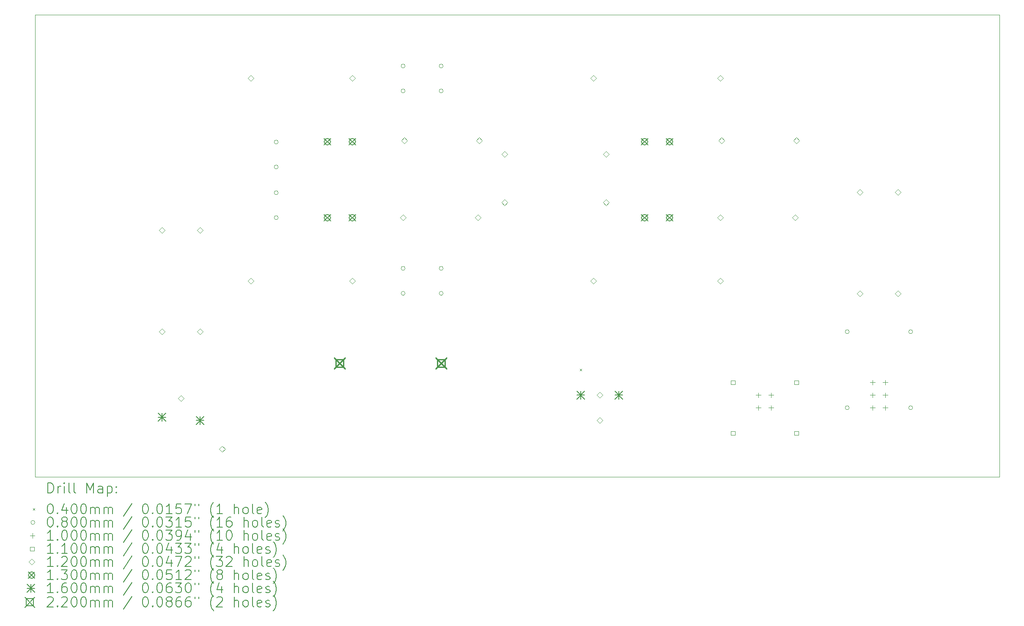
<source format=gbr>
%TF.GenerationSoftware,KiCad,Pcbnew,7.0.6-0*%
%TF.CreationDate,2023-08-07T07:57:15+08:00*%
%TF.ProjectId,aes17_filter_25,61657331-375f-4666-996c-7465725f3235,rev?*%
%TF.SameCoordinates,Original*%
%TF.FileFunction,Drillmap*%
%TF.FilePolarity,Positive*%
%FSLAX45Y45*%
G04 Gerber Fmt 4.5, Leading zero omitted, Abs format (unit mm)*
G04 Created by KiCad (PCBNEW 7.0.6-0) date 2023-08-07 07:57:15*
%MOMM*%
%LPD*%
G01*
G04 APERTURE LIST*
%ADD10C,0.100000*%
%ADD11C,0.200000*%
%ADD12C,0.040000*%
%ADD13C,0.080000*%
%ADD14C,0.110000*%
%ADD15C,0.120000*%
%ADD16C,0.130000*%
%ADD17C,0.160000*%
%ADD18C,0.220000*%
G04 APERTURE END LIST*
D10*
X4826000Y-4572000D02*
X24130000Y-4572000D01*
X24130000Y-13834208D01*
X4826000Y-13834208D01*
X4826000Y-4572000D01*
D11*
D12*
X15728000Y-11664000D02*
X15768000Y-11704000D01*
X15768000Y-11664000D02*
X15728000Y-11704000D01*
D13*
X9692000Y-7120000D02*
G75*
G03*
X9692000Y-7120000I-40000J0D01*
G01*
X9692000Y-7620000D02*
G75*
G03*
X9692000Y-7620000I-40000J0D01*
G01*
X9692000Y-8136000D02*
G75*
G03*
X9692000Y-8136000I-40000J0D01*
G01*
X9692000Y-8636000D02*
G75*
G03*
X9692000Y-8636000I-40000J0D01*
G01*
X12232000Y-5596000D02*
G75*
G03*
X12232000Y-5596000I-40000J0D01*
G01*
X12232000Y-6096000D02*
G75*
G03*
X12232000Y-6096000I-40000J0D01*
G01*
X12232000Y-9652000D02*
G75*
G03*
X12232000Y-9652000I-40000J0D01*
G01*
X12232000Y-10152000D02*
G75*
G03*
X12232000Y-10152000I-40000J0D01*
G01*
X12994000Y-5596000D02*
G75*
G03*
X12994000Y-5596000I-40000J0D01*
G01*
X12994000Y-6096000D02*
G75*
G03*
X12994000Y-6096000I-40000J0D01*
G01*
X12994000Y-9652000D02*
G75*
G03*
X12994000Y-9652000I-40000J0D01*
G01*
X12994000Y-10152000D02*
G75*
G03*
X12994000Y-10152000I-40000J0D01*
G01*
X21122000Y-10922000D02*
G75*
G03*
X21122000Y-10922000I-40000J0D01*
G01*
X21122000Y-12446000D02*
G75*
G03*
X21122000Y-12446000I-40000J0D01*
G01*
X22392000Y-10922000D02*
G75*
G03*
X22392000Y-10922000I-40000J0D01*
G01*
X22392000Y-12446000D02*
G75*
G03*
X22392000Y-12446000I-40000J0D01*
G01*
D10*
X19304000Y-12142000D02*
X19304000Y-12242000D01*
X19254000Y-12192000D02*
X19354000Y-12192000D01*
X19304000Y-12396000D02*
X19304000Y-12496000D01*
X19254000Y-12446000D02*
X19354000Y-12446000D01*
X19558000Y-12142000D02*
X19558000Y-12242000D01*
X19508000Y-12192000D02*
X19608000Y-12192000D01*
X19558000Y-12396000D02*
X19558000Y-12496000D01*
X19508000Y-12446000D02*
X19608000Y-12446000D01*
X21590000Y-11888000D02*
X21590000Y-11988000D01*
X21540000Y-11938000D02*
X21640000Y-11938000D01*
X21590000Y-12142000D02*
X21590000Y-12242000D01*
X21540000Y-12192000D02*
X21640000Y-12192000D01*
X21590000Y-12396000D02*
X21590000Y-12496000D01*
X21540000Y-12446000D02*
X21640000Y-12446000D01*
X21844000Y-11888000D02*
X21844000Y-11988000D01*
X21794000Y-11938000D02*
X21894000Y-11938000D01*
X21844000Y-12142000D02*
X21844000Y-12242000D01*
X21794000Y-12192000D02*
X21894000Y-12192000D01*
X21844000Y-12396000D02*
X21844000Y-12496000D01*
X21794000Y-12446000D02*
X21894000Y-12446000D01*
D14*
X18834891Y-11976891D02*
X18834891Y-11899109D01*
X18757109Y-11899109D01*
X18757109Y-11976891D01*
X18834891Y-11976891D01*
X18834891Y-12992891D02*
X18834891Y-12915109D01*
X18757109Y-12915109D01*
X18757109Y-12992891D01*
X18834891Y-12992891D01*
X20104891Y-11976891D02*
X20104891Y-11899109D01*
X20027109Y-11899109D01*
X20027109Y-11976891D01*
X20104891Y-11976891D01*
X20104891Y-12992891D02*
X20104891Y-12915109D01*
X20027109Y-12915109D01*
X20027109Y-12992891D01*
X20104891Y-12992891D01*
D15*
X7366000Y-8950000D02*
X7426000Y-8890000D01*
X7366000Y-8830000D01*
X7306000Y-8890000D01*
X7366000Y-8950000D01*
X7366000Y-10982000D02*
X7426000Y-10922000D01*
X7366000Y-10862000D01*
X7306000Y-10922000D01*
X7366000Y-10982000D01*
X7747000Y-12315000D02*
X7807000Y-12255000D01*
X7747000Y-12195000D01*
X7687000Y-12255000D01*
X7747000Y-12315000D01*
X8128000Y-8950000D02*
X8188000Y-8890000D01*
X8128000Y-8830000D01*
X8068000Y-8890000D01*
X8128000Y-8950000D01*
X8128000Y-10982000D02*
X8188000Y-10922000D01*
X8128000Y-10862000D01*
X8068000Y-10922000D01*
X8128000Y-10982000D01*
X8572000Y-13332000D02*
X8632000Y-13272000D01*
X8572000Y-13212000D01*
X8512000Y-13272000D01*
X8572000Y-13332000D01*
X9144000Y-5902000D02*
X9204000Y-5842000D01*
X9144000Y-5782000D01*
X9084000Y-5842000D01*
X9144000Y-5902000D01*
X9144000Y-9966000D02*
X9204000Y-9906000D01*
X9144000Y-9846000D01*
X9084000Y-9906000D01*
X9144000Y-9966000D01*
X11176000Y-5902000D02*
X11236000Y-5842000D01*
X11176000Y-5782000D01*
X11116000Y-5842000D01*
X11176000Y-5902000D01*
X11176000Y-9966000D02*
X11236000Y-9906000D01*
X11176000Y-9846000D01*
X11116000Y-9906000D01*
X11176000Y-9966000D01*
X12192000Y-8696000D02*
X12252000Y-8636000D01*
X12192000Y-8576000D01*
X12132000Y-8636000D01*
X12192000Y-8696000D01*
X12216000Y-7148000D02*
X12276000Y-7088000D01*
X12216000Y-7028000D01*
X12156000Y-7088000D01*
X12216000Y-7148000D01*
X13692000Y-8696000D02*
X13752000Y-8636000D01*
X13692000Y-8576000D01*
X13632000Y-8636000D01*
X13692000Y-8696000D01*
X13716000Y-7148000D02*
X13776000Y-7088000D01*
X13716000Y-7028000D01*
X13656000Y-7088000D01*
X13716000Y-7148000D01*
X14220714Y-8391416D02*
X14280714Y-8331416D01*
X14220714Y-8271416D01*
X14160714Y-8331416D01*
X14220714Y-8391416D01*
X14224000Y-7426000D02*
X14284000Y-7366000D01*
X14224000Y-7306000D01*
X14164000Y-7366000D01*
X14224000Y-7426000D01*
X16002000Y-5902000D02*
X16062000Y-5842000D01*
X16002000Y-5782000D01*
X15942000Y-5842000D01*
X16002000Y-5902000D01*
X16002000Y-9966000D02*
X16062000Y-9906000D01*
X16002000Y-9846000D01*
X15942000Y-9906000D01*
X16002000Y-9966000D01*
X16129000Y-12252000D02*
X16189000Y-12192000D01*
X16129000Y-12132000D01*
X16069000Y-12192000D01*
X16129000Y-12252000D01*
X16129000Y-12760000D02*
X16189000Y-12700000D01*
X16129000Y-12640000D01*
X16069000Y-12700000D01*
X16129000Y-12760000D01*
X16252714Y-8391416D02*
X16312714Y-8331416D01*
X16252714Y-8271416D01*
X16192714Y-8331416D01*
X16252714Y-8391416D01*
X16256000Y-7426000D02*
X16316000Y-7366000D01*
X16256000Y-7306000D01*
X16196000Y-7366000D01*
X16256000Y-7426000D01*
X18542000Y-5902000D02*
X18602000Y-5842000D01*
X18542000Y-5782000D01*
X18482000Y-5842000D01*
X18542000Y-5902000D01*
X18542000Y-8696000D02*
X18602000Y-8636000D01*
X18542000Y-8576000D01*
X18482000Y-8636000D01*
X18542000Y-8696000D01*
X18542000Y-9966000D02*
X18602000Y-9906000D01*
X18542000Y-9846000D01*
X18482000Y-9906000D01*
X18542000Y-9966000D01*
X18566000Y-7148000D02*
X18626000Y-7088000D01*
X18566000Y-7028000D01*
X18506000Y-7088000D01*
X18566000Y-7148000D01*
X20042000Y-8696000D02*
X20102000Y-8636000D01*
X20042000Y-8576000D01*
X19982000Y-8636000D01*
X20042000Y-8696000D01*
X20066000Y-7148000D02*
X20126000Y-7088000D01*
X20066000Y-7028000D01*
X20006000Y-7088000D01*
X20066000Y-7148000D01*
X21336000Y-8188000D02*
X21396000Y-8128000D01*
X21336000Y-8068000D01*
X21276000Y-8128000D01*
X21336000Y-8188000D01*
X21336000Y-10220000D02*
X21396000Y-10160000D01*
X21336000Y-10100000D01*
X21276000Y-10160000D01*
X21336000Y-10220000D01*
X22098000Y-8188000D02*
X22158000Y-8128000D01*
X22098000Y-8068000D01*
X22038000Y-8128000D01*
X22098000Y-8188000D01*
X22098000Y-10220000D02*
X22158000Y-10160000D01*
X22098000Y-10100000D01*
X22038000Y-10160000D01*
X22098000Y-10220000D01*
D16*
X10611000Y-7047000D02*
X10741000Y-7177000D01*
X10741000Y-7047000D02*
X10611000Y-7177000D01*
X10741000Y-7112000D02*
G75*
G03*
X10741000Y-7112000I-65000J0D01*
G01*
X10611000Y-8571000D02*
X10741000Y-8701000D01*
X10741000Y-8571000D02*
X10611000Y-8701000D01*
X10741000Y-8636000D02*
G75*
G03*
X10741000Y-8636000I-65000J0D01*
G01*
X11111000Y-7047000D02*
X11241000Y-7177000D01*
X11241000Y-7047000D02*
X11111000Y-7177000D01*
X11241000Y-7112000D02*
G75*
G03*
X11241000Y-7112000I-65000J0D01*
G01*
X11111000Y-8571000D02*
X11241000Y-8701000D01*
X11241000Y-8571000D02*
X11111000Y-8701000D01*
X11241000Y-8636000D02*
G75*
G03*
X11241000Y-8636000I-65000J0D01*
G01*
X16961000Y-7047000D02*
X17091000Y-7177000D01*
X17091000Y-7047000D02*
X16961000Y-7177000D01*
X17091000Y-7112000D02*
G75*
G03*
X17091000Y-7112000I-65000J0D01*
G01*
X16961000Y-8571000D02*
X17091000Y-8701000D01*
X17091000Y-8571000D02*
X16961000Y-8701000D01*
X17091000Y-8636000D02*
G75*
G03*
X17091000Y-8636000I-65000J0D01*
G01*
X17461000Y-7047000D02*
X17591000Y-7177000D01*
X17591000Y-7047000D02*
X17461000Y-7177000D01*
X17591000Y-7112000D02*
G75*
G03*
X17591000Y-7112000I-65000J0D01*
G01*
X17461000Y-8571000D02*
X17591000Y-8701000D01*
X17591000Y-8571000D02*
X17461000Y-8701000D01*
X17591000Y-8636000D02*
G75*
G03*
X17591000Y-8636000I-65000J0D01*
G01*
D17*
X7286000Y-12556500D02*
X7446000Y-12716500D01*
X7446000Y-12556500D02*
X7286000Y-12716500D01*
X7366000Y-12556500D02*
X7366000Y-12716500D01*
X7286000Y-12636500D02*
X7446000Y-12636500D01*
X8048000Y-12620000D02*
X8208000Y-12780000D01*
X8208000Y-12620000D02*
X8048000Y-12780000D01*
X8128000Y-12620000D02*
X8128000Y-12780000D01*
X8048000Y-12700000D02*
X8208000Y-12700000D01*
X15668000Y-12112000D02*
X15828000Y-12272000D01*
X15828000Y-12112000D02*
X15668000Y-12272000D01*
X15748000Y-12112000D02*
X15748000Y-12272000D01*
X15668000Y-12192000D02*
X15828000Y-12192000D01*
X16430000Y-12112000D02*
X16590000Y-12272000D01*
X16590000Y-12112000D02*
X16430000Y-12272000D01*
X16510000Y-12112000D02*
X16510000Y-12272000D01*
X16430000Y-12192000D02*
X16590000Y-12192000D01*
D18*
X10812000Y-11446000D02*
X11032000Y-11666000D01*
X11032000Y-11446000D02*
X10812000Y-11666000D01*
X10999783Y-11633782D02*
X10999783Y-11478217D01*
X10844218Y-11478217D01*
X10844218Y-11633782D01*
X10999783Y-11633782D01*
X12844000Y-11446000D02*
X13064000Y-11666000D01*
X13064000Y-11446000D02*
X12844000Y-11666000D01*
X13031782Y-11633782D02*
X13031782Y-11478217D01*
X12876217Y-11478217D01*
X12876217Y-11633782D01*
X13031782Y-11633782D01*
D11*
X5081777Y-14150691D02*
X5081777Y-13950691D01*
X5081777Y-13950691D02*
X5129396Y-13950691D01*
X5129396Y-13950691D02*
X5157967Y-13960215D01*
X5157967Y-13960215D02*
X5177015Y-13979263D01*
X5177015Y-13979263D02*
X5186539Y-13998310D01*
X5186539Y-13998310D02*
X5196063Y-14036406D01*
X5196063Y-14036406D02*
X5196063Y-14064977D01*
X5196063Y-14064977D02*
X5186539Y-14103072D01*
X5186539Y-14103072D02*
X5177015Y-14122120D01*
X5177015Y-14122120D02*
X5157967Y-14141168D01*
X5157967Y-14141168D02*
X5129396Y-14150691D01*
X5129396Y-14150691D02*
X5081777Y-14150691D01*
X5281777Y-14150691D02*
X5281777Y-14017358D01*
X5281777Y-14055453D02*
X5291301Y-14036406D01*
X5291301Y-14036406D02*
X5300824Y-14026882D01*
X5300824Y-14026882D02*
X5319872Y-14017358D01*
X5319872Y-14017358D02*
X5338920Y-14017358D01*
X5405586Y-14150691D02*
X5405586Y-14017358D01*
X5405586Y-13950691D02*
X5396063Y-13960215D01*
X5396063Y-13960215D02*
X5405586Y-13969739D01*
X5405586Y-13969739D02*
X5415110Y-13960215D01*
X5415110Y-13960215D02*
X5405586Y-13950691D01*
X5405586Y-13950691D02*
X5405586Y-13969739D01*
X5529396Y-14150691D02*
X5510348Y-14141168D01*
X5510348Y-14141168D02*
X5500824Y-14122120D01*
X5500824Y-14122120D02*
X5500824Y-13950691D01*
X5634158Y-14150691D02*
X5615110Y-14141168D01*
X5615110Y-14141168D02*
X5605586Y-14122120D01*
X5605586Y-14122120D02*
X5605586Y-13950691D01*
X5862729Y-14150691D02*
X5862729Y-13950691D01*
X5862729Y-13950691D02*
X5929396Y-14093549D01*
X5929396Y-14093549D02*
X5996062Y-13950691D01*
X5996062Y-13950691D02*
X5996062Y-14150691D01*
X6177015Y-14150691D02*
X6177015Y-14045930D01*
X6177015Y-14045930D02*
X6167491Y-14026882D01*
X6167491Y-14026882D02*
X6148443Y-14017358D01*
X6148443Y-14017358D02*
X6110348Y-14017358D01*
X6110348Y-14017358D02*
X6091301Y-14026882D01*
X6177015Y-14141168D02*
X6157967Y-14150691D01*
X6157967Y-14150691D02*
X6110348Y-14150691D01*
X6110348Y-14150691D02*
X6091301Y-14141168D01*
X6091301Y-14141168D02*
X6081777Y-14122120D01*
X6081777Y-14122120D02*
X6081777Y-14103072D01*
X6081777Y-14103072D02*
X6091301Y-14084025D01*
X6091301Y-14084025D02*
X6110348Y-14074501D01*
X6110348Y-14074501D02*
X6157967Y-14074501D01*
X6157967Y-14074501D02*
X6177015Y-14064977D01*
X6272253Y-14017358D02*
X6272253Y-14217358D01*
X6272253Y-14026882D02*
X6291301Y-14017358D01*
X6291301Y-14017358D02*
X6329396Y-14017358D01*
X6329396Y-14017358D02*
X6348443Y-14026882D01*
X6348443Y-14026882D02*
X6357967Y-14036406D01*
X6357967Y-14036406D02*
X6367491Y-14055453D01*
X6367491Y-14055453D02*
X6367491Y-14112596D01*
X6367491Y-14112596D02*
X6357967Y-14131644D01*
X6357967Y-14131644D02*
X6348443Y-14141168D01*
X6348443Y-14141168D02*
X6329396Y-14150691D01*
X6329396Y-14150691D02*
X6291301Y-14150691D01*
X6291301Y-14150691D02*
X6272253Y-14141168D01*
X6453205Y-14131644D02*
X6462729Y-14141168D01*
X6462729Y-14141168D02*
X6453205Y-14150691D01*
X6453205Y-14150691D02*
X6443682Y-14141168D01*
X6443682Y-14141168D02*
X6453205Y-14131644D01*
X6453205Y-14131644D02*
X6453205Y-14150691D01*
X6453205Y-14026882D02*
X6462729Y-14036406D01*
X6462729Y-14036406D02*
X6453205Y-14045930D01*
X6453205Y-14045930D02*
X6443682Y-14036406D01*
X6443682Y-14036406D02*
X6453205Y-14026882D01*
X6453205Y-14026882D02*
X6453205Y-14045930D01*
D12*
X4781000Y-14459208D02*
X4821000Y-14499208D01*
X4821000Y-14459208D02*
X4781000Y-14499208D01*
D11*
X5119872Y-14370691D02*
X5138920Y-14370691D01*
X5138920Y-14370691D02*
X5157967Y-14380215D01*
X5157967Y-14380215D02*
X5167491Y-14389739D01*
X5167491Y-14389739D02*
X5177015Y-14408787D01*
X5177015Y-14408787D02*
X5186539Y-14446882D01*
X5186539Y-14446882D02*
X5186539Y-14494501D01*
X5186539Y-14494501D02*
X5177015Y-14532596D01*
X5177015Y-14532596D02*
X5167491Y-14551644D01*
X5167491Y-14551644D02*
X5157967Y-14561168D01*
X5157967Y-14561168D02*
X5138920Y-14570691D01*
X5138920Y-14570691D02*
X5119872Y-14570691D01*
X5119872Y-14570691D02*
X5100824Y-14561168D01*
X5100824Y-14561168D02*
X5091301Y-14551644D01*
X5091301Y-14551644D02*
X5081777Y-14532596D01*
X5081777Y-14532596D02*
X5072253Y-14494501D01*
X5072253Y-14494501D02*
X5072253Y-14446882D01*
X5072253Y-14446882D02*
X5081777Y-14408787D01*
X5081777Y-14408787D02*
X5091301Y-14389739D01*
X5091301Y-14389739D02*
X5100824Y-14380215D01*
X5100824Y-14380215D02*
X5119872Y-14370691D01*
X5272253Y-14551644D02*
X5281777Y-14561168D01*
X5281777Y-14561168D02*
X5272253Y-14570691D01*
X5272253Y-14570691D02*
X5262729Y-14561168D01*
X5262729Y-14561168D02*
X5272253Y-14551644D01*
X5272253Y-14551644D02*
X5272253Y-14570691D01*
X5453205Y-14437358D02*
X5453205Y-14570691D01*
X5405586Y-14361168D02*
X5357967Y-14504025D01*
X5357967Y-14504025D02*
X5481777Y-14504025D01*
X5596062Y-14370691D02*
X5615110Y-14370691D01*
X5615110Y-14370691D02*
X5634158Y-14380215D01*
X5634158Y-14380215D02*
X5643682Y-14389739D01*
X5643682Y-14389739D02*
X5653205Y-14408787D01*
X5653205Y-14408787D02*
X5662729Y-14446882D01*
X5662729Y-14446882D02*
X5662729Y-14494501D01*
X5662729Y-14494501D02*
X5653205Y-14532596D01*
X5653205Y-14532596D02*
X5643682Y-14551644D01*
X5643682Y-14551644D02*
X5634158Y-14561168D01*
X5634158Y-14561168D02*
X5615110Y-14570691D01*
X5615110Y-14570691D02*
X5596062Y-14570691D01*
X5596062Y-14570691D02*
X5577015Y-14561168D01*
X5577015Y-14561168D02*
X5567491Y-14551644D01*
X5567491Y-14551644D02*
X5557967Y-14532596D01*
X5557967Y-14532596D02*
X5548444Y-14494501D01*
X5548444Y-14494501D02*
X5548444Y-14446882D01*
X5548444Y-14446882D02*
X5557967Y-14408787D01*
X5557967Y-14408787D02*
X5567491Y-14389739D01*
X5567491Y-14389739D02*
X5577015Y-14380215D01*
X5577015Y-14380215D02*
X5596062Y-14370691D01*
X5786539Y-14370691D02*
X5805586Y-14370691D01*
X5805586Y-14370691D02*
X5824634Y-14380215D01*
X5824634Y-14380215D02*
X5834158Y-14389739D01*
X5834158Y-14389739D02*
X5843682Y-14408787D01*
X5843682Y-14408787D02*
X5853205Y-14446882D01*
X5853205Y-14446882D02*
X5853205Y-14494501D01*
X5853205Y-14494501D02*
X5843682Y-14532596D01*
X5843682Y-14532596D02*
X5834158Y-14551644D01*
X5834158Y-14551644D02*
X5824634Y-14561168D01*
X5824634Y-14561168D02*
X5805586Y-14570691D01*
X5805586Y-14570691D02*
X5786539Y-14570691D01*
X5786539Y-14570691D02*
X5767491Y-14561168D01*
X5767491Y-14561168D02*
X5757967Y-14551644D01*
X5757967Y-14551644D02*
X5748443Y-14532596D01*
X5748443Y-14532596D02*
X5738920Y-14494501D01*
X5738920Y-14494501D02*
X5738920Y-14446882D01*
X5738920Y-14446882D02*
X5748443Y-14408787D01*
X5748443Y-14408787D02*
X5757967Y-14389739D01*
X5757967Y-14389739D02*
X5767491Y-14380215D01*
X5767491Y-14380215D02*
X5786539Y-14370691D01*
X5938920Y-14570691D02*
X5938920Y-14437358D01*
X5938920Y-14456406D02*
X5948443Y-14446882D01*
X5948443Y-14446882D02*
X5967491Y-14437358D01*
X5967491Y-14437358D02*
X5996063Y-14437358D01*
X5996063Y-14437358D02*
X6015110Y-14446882D01*
X6015110Y-14446882D02*
X6024634Y-14465930D01*
X6024634Y-14465930D02*
X6024634Y-14570691D01*
X6024634Y-14465930D02*
X6034158Y-14446882D01*
X6034158Y-14446882D02*
X6053205Y-14437358D01*
X6053205Y-14437358D02*
X6081777Y-14437358D01*
X6081777Y-14437358D02*
X6100824Y-14446882D01*
X6100824Y-14446882D02*
X6110348Y-14465930D01*
X6110348Y-14465930D02*
X6110348Y-14570691D01*
X6205586Y-14570691D02*
X6205586Y-14437358D01*
X6205586Y-14456406D02*
X6215110Y-14446882D01*
X6215110Y-14446882D02*
X6234158Y-14437358D01*
X6234158Y-14437358D02*
X6262729Y-14437358D01*
X6262729Y-14437358D02*
X6281777Y-14446882D01*
X6281777Y-14446882D02*
X6291301Y-14465930D01*
X6291301Y-14465930D02*
X6291301Y-14570691D01*
X6291301Y-14465930D02*
X6300824Y-14446882D01*
X6300824Y-14446882D02*
X6319872Y-14437358D01*
X6319872Y-14437358D02*
X6348443Y-14437358D01*
X6348443Y-14437358D02*
X6367491Y-14446882D01*
X6367491Y-14446882D02*
X6377015Y-14465930D01*
X6377015Y-14465930D02*
X6377015Y-14570691D01*
X6767491Y-14361168D02*
X6596063Y-14618310D01*
X7024634Y-14370691D02*
X7043682Y-14370691D01*
X7043682Y-14370691D02*
X7062729Y-14380215D01*
X7062729Y-14380215D02*
X7072253Y-14389739D01*
X7072253Y-14389739D02*
X7081777Y-14408787D01*
X7081777Y-14408787D02*
X7091301Y-14446882D01*
X7091301Y-14446882D02*
X7091301Y-14494501D01*
X7091301Y-14494501D02*
X7081777Y-14532596D01*
X7081777Y-14532596D02*
X7072253Y-14551644D01*
X7072253Y-14551644D02*
X7062729Y-14561168D01*
X7062729Y-14561168D02*
X7043682Y-14570691D01*
X7043682Y-14570691D02*
X7024634Y-14570691D01*
X7024634Y-14570691D02*
X7005586Y-14561168D01*
X7005586Y-14561168D02*
X6996063Y-14551644D01*
X6996063Y-14551644D02*
X6986539Y-14532596D01*
X6986539Y-14532596D02*
X6977015Y-14494501D01*
X6977015Y-14494501D02*
X6977015Y-14446882D01*
X6977015Y-14446882D02*
X6986539Y-14408787D01*
X6986539Y-14408787D02*
X6996063Y-14389739D01*
X6996063Y-14389739D02*
X7005586Y-14380215D01*
X7005586Y-14380215D02*
X7024634Y-14370691D01*
X7177015Y-14551644D02*
X7186539Y-14561168D01*
X7186539Y-14561168D02*
X7177015Y-14570691D01*
X7177015Y-14570691D02*
X7167491Y-14561168D01*
X7167491Y-14561168D02*
X7177015Y-14551644D01*
X7177015Y-14551644D02*
X7177015Y-14570691D01*
X7310348Y-14370691D02*
X7329396Y-14370691D01*
X7329396Y-14370691D02*
X7348444Y-14380215D01*
X7348444Y-14380215D02*
X7357967Y-14389739D01*
X7357967Y-14389739D02*
X7367491Y-14408787D01*
X7367491Y-14408787D02*
X7377015Y-14446882D01*
X7377015Y-14446882D02*
X7377015Y-14494501D01*
X7377015Y-14494501D02*
X7367491Y-14532596D01*
X7367491Y-14532596D02*
X7357967Y-14551644D01*
X7357967Y-14551644D02*
X7348444Y-14561168D01*
X7348444Y-14561168D02*
X7329396Y-14570691D01*
X7329396Y-14570691D02*
X7310348Y-14570691D01*
X7310348Y-14570691D02*
X7291301Y-14561168D01*
X7291301Y-14561168D02*
X7281777Y-14551644D01*
X7281777Y-14551644D02*
X7272253Y-14532596D01*
X7272253Y-14532596D02*
X7262729Y-14494501D01*
X7262729Y-14494501D02*
X7262729Y-14446882D01*
X7262729Y-14446882D02*
X7272253Y-14408787D01*
X7272253Y-14408787D02*
X7281777Y-14389739D01*
X7281777Y-14389739D02*
X7291301Y-14380215D01*
X7291301Y-14380215D02*
X7310348Y-14370691D01*
X7567491Y-14570691D02*
X7453206Y-14570691D01*
X7510348Y-14570691D02*
X7510348Y-14370691D01*
X7510348Y-14370691D02*
X7491301Y-14399263D01*
X7491301Y-14399263D02*
X7472253Y-14418310D01*
X7472253Y-14418310D02*
X7453206Y-14427834D01*
X7748444Y-14370691D02*
X7653206Y-14370691D01*
X7653206Y-14370691D02*
X7643682Y-14465930D01*
X7643682Y-14465930D02*
X7653206Y-14456406D01*
X7653206Y-14456406D02*
X7672253Y-14446882D01*
X7672253Y-14446882D02*
X7719872Y-14446882D01*
X7719872Y-14446882D02*
X7738920Y-14456406D01*
X7738920Y-14456406D02*
X7748444Y-14465930D01*
X7748444Y-14465930D02*
X7757967Y-14484977D01*
X7757967Y-14484977D02*
X7757967Y-14532596D01*
X7757967Y-14532596D02*
X7748444Y-14551644D01*
X7748444Y-14551644D02*
X7738920Y-14561168D01*
X7738920Y-14561168D02*
X7719872Y-14570691D01*
X7719872Y-14570691D02*
X7672253Y-14570691D01*
X7672253Y-14570691D02*
X7653206Y-14561168D01*
X7653206Y-14561168D02*
X7643682Y-14551644D01*
X7824634Y-14370691D02*
X7957967Y-14370691D01*
X7957967Y-14370691D02*
X7872253Y-14570691D01*
X8024634Y-14370691D02*
X8024634Y-14408787D01*
X8100825Y-14370691D02*
X8100825Y-14408787D01*
X8396063Y-14646882D02*
X8386539Y-14637358D01*
X8386539Y-14637358D02*
X8367491Y-14608787D01*
X8367491Y-14608787D02*
X8357968Y-14589739D01*
X8357968Y-14589739D02*
X8348444Y-14561168D01*
X8348444Y-14561168D02*
X8338920Y-14513549D01*
X8338920Y-14513549D02*
X8338920Y-14475453D01*
X8338920Y-14475453D02*
X8348444Y-14427834D01*
X8348444Y-14427834D02*
X8357968Y-14399263D01*
X8357968Y-14399263D02*
X8367491Y-14380215D01*
X8367491Y-14380215D02*
X8386539Y-14351644D01*
X8386539Y-14351644D02*
X8396063Y-14342120D01*
X8577015Y-14570691D02*
X8462730Y-14570691D01*
X8519872Y-14570691D02*
X8519872Y-14370691D01*
X8519872Y-14370691D02*
X8500825Y-14399263D01*
X8500825Y-14399263D02*
X8481777Y-14418310D01*
X8481777Y-14418310D02*
X8462730Y-14427834D01*
X8815111Y-14570691D02*
X8815111Y-14370691D01*
X8900825Y-14570691D02*
X8900825Y-14465930D01*
X8900825Y-14465930D02*
X8891301Y-14446882D01*
X8891301Y-14446882D02*
X8872253Y-14437358D01*
X8872253Y-14437358D02*
X8843682Y-14437358D01*
X8843682Y-14437358D02*
X8824634Y-14446882D01*
X8824634Y-14446882D02*
X8815111Y-14456406D01*
X9024634Y-14570691D02*
X9005587Y-14561168D01*
X9005587Y-14561168D02*
X8996063Y-14551644D01*
X8996063Y-14551644D02*
X8986539Y-14532596D01*
X8986539Y-14532596D02*
X8986539Y-14475453D01*
X8986539Y-14475453D02*
X8996063Y-14456406D01*
X8996063Y-14456406D02*
X9005587Y-14446882D01*
X9005587Y-14446882D02*
X9024634Y-14437358D01*
X9024634Y-14437358D02*
X9053206Y-14437358D01*
X9053206Y-14437358D02*
X9072253Y-14446882D01*
X9072253Y-14446882D02*
X9081777Y-14456406D01*
X9081777Y-14456406D02*
X9091301Y-14475453D01*
X9091301Y-14475453D02*
X9091301Y-14532596D01*
X9091301Y-14532596D02*
X9081777Y-14551644D01*
X9081777Y-14551644D02*
X9072253Y-14561168D01*
X9072253Y-14561168D02*
X9053206Y-14570691D01*
X9053206Y-14570691D02*
X9024634Y-14570691D01*
X9205587Y-14570691D02*
X9186539Y-14561168D01*
X9186539Y-14561168D02*
X9177015Y-14542120D01*
X9177015Y-14542120D02*
X9177015Y-14370691D01*
X9357968Y-14561168D02*
X9338920Y-14570691D01*
X9338920Y-14570691D02*
X9300825Y-14570691D01*
X9300825Y-14570691D02*
X9281777Y-14561168D01*
X9281777Y-14561168D02*
X9272253Y-14542120D01*
X9272253Y-14542120D02*
X9272253Y-14465930D01*
X9272253Y-14465930D02*
X9281777Y-14446882D01*
X9281777Y-14446882D02*
X9300825Y-14437358D01*
X9300825Y-14437358D02*
X9338920Y-14437358D01*
X9338920Y-14437358D02*
X9357968Y-14446882D01*
X9357968Y-14446882D02*
X9367492Y-14465930D01*
X9367492Y-14465930D02*
X9367492Y-14484977D01*
X9367492Y-14484977D02*
X9272253Y-14504025D01*
X9434158Y-14646882D02*
X9443682Y-14637358D01*
X9443682Y-14637358D02*
X9462730Y-14608787D01*
X9462730Y-14608787D02*
X9472253Y-14589739D01*
X9472253Y-14589739D02*
X9481777Y-14561168D01*
X9481777Y-14561168D02*
X9491301Y-14513549D01*
X9491301Y-14513549D02*
X9491301Y-14475453D01*
X9491301Y-14475453D02*
X9481777Y-14427834D01*
X9481777Y-14427834D02*
X9472253Y-14399263D01*
X9472253Y-14399263D02*
X9462730Y-14380215D01*
X9462730Y-14380215D02*
X9443682Y-14351644D01*
X9443682Y-14351644D02*
X9434158Y-14342120D01*
D13*
X4821000Y-14743208D02*
G75*
G03*
X4821000Y-14743208I-40000J0D01*
G01*
D11*
X5119872Y-14634691D02*
X5138920Y-14634691D01*
X5138920Y-14634691D02*
X5157967Y-14644215D01*
X5157967Y-14644215D02*
X5167491Y-14653739D01*
X5167491Y-14653739D02*
X5177015Y-14672787D01*
X5177015Y-14672787D02*
X5186539Y-14710882D01*
X5186539Y-14710882D02*
X5186539Y-14758501D01*
X5186539Y-14758501D02*
X5177015Y-14796596D01*
X5177015Y-14796596D02*
X5167491Y-14815644D01*
X5167491Y-14815644D02*
X5157967Y-14825168D01*
X5157967Y-14825168D02*
X5138920Y-14834691D01*
X5138920Y-14834691D02*
X5119872Y-14834691D01*
X5119872Y-14834691D02*
X5100824Y-14825168D01*
X5100824Y-14825168D02*
X5091301Y-14815644D01*
X5091301Y-14815644D02*
X5081777Y-14796596D01*
X5081777Y-14796596D02*
X5072253Y-14758501D01*
X5072253Y-14758501D02*
X5072253Y-14710882D01*
X5072253Y-14710882D02*
X5081777Y-14672787D01*
X5081777Y-14672787D02*
X5091301Y-14653739D01*
X5091301Y-14653739D02*
X5100824Y-14644215D01*
X5100824Y-14644215D02*
X5119872Y-14634691D01*
X5272253Y-14815644D02*
X5281777Y-14825168D01*
X5281777Y-14825168D02*
X5272253Y-14834691D01*
X5272253Y-14834691D02*
X5262729Y-14825168D01*
X5262729Y-14825168D02*
X5272253Y-14815644D01*
X5272253Y-14815644D02*
X5272253Y-14834691D01*
X5396063Y-14720406D02*
X5377015Y-14710882D01*
X5377015Y-14710882D02*
X5367491Y-14701358D01*
X5367491Y-14701358D02*
X5357967Y-14682310D01*
X5357967Y-14682310D02*
X5357967Y-14672787D01*
X5357967Y-14672787D02*
X5367491Y-14653739D01*
X5367491Y-14653739D02*
X5377015Y-14644215D01*
X5377015Y-14644215D02*
X5396063Y-14634691D01*
X5396063Y-14634691D02*
X5434158Y-14634691D01*
X5434158Y-14634691D02*
X5453205Y-14644215D01*
X5453205Y-14644215D02*
X5462729Y-14653739D01*
X5462729Y-14653739D02*
X5472253Y-14672787D01*
X5472253Y-14672787D02*
X5472253Y-14682310D01*
X5472253Y-14682310D02*
X5462729Y-14701358D01*
X5462729Y-14701358D02*
X5453205Y-14710882D01*
X5453205Y-14710882D02*
X5434158Y-14720406D01*
X5434158Y-14720406D02*
X5396063Y-14720406D01*
X5396063Y-14720406D02*
X5377015Y-14729930D01*
X5377015Y-14729930D02*
X5367491Y-14739453D01*
X5367491Y-14739453D02*
X5357967Y-14758501D01*
X5357967Y-14758501D02*
X5357967Y-14796596D01*
X5357967Y-14796596D02*
X5367491Y-14815644D01*
X5367491Y-14815644D02*
X5377015Y-14825168D01*
X5377015Y-14825168D02*
X5396063Y-14834691D01*
X5396063Y-14834691D02*
X5434158Y-14834691D01*
X5434158Y-14834691D02*
X5453205Y-14825168D01*
X5453205Y-14825168D02*
X5462729Y-14815644D01*
X5462729Y-14815644D02*
X5472253Y-14796596D01*
X5472253Y-14796596D02*
X5472253Y-14758501D01*
X5472253Y-14758501D02*
X5462729Y-14739453D01*
X5462729Y-14739453D02*
X5453205Y-14729930D01*
X5453205Y-14729930D02*
X5434158Y-14720406D01*
X5596062Y-14634691D02*
X5615110Y-14634691D01*
X5615110Y-14634691D02*
X5634158Y-14644215D01*
X5634158Y-14644215D02*
X5643682Y-14653739D01*
X5643682Y-14653739D02*
X5653205Y-14672787D01*
X5653205Y-14672787D02*
X5662729Y-14710882D01*
X5662729Y-14710882D02*
X5662729Y-14758501D01*
X5662729Y-14758501D02*
X5653205Y-14796596D01*
X5653205Y-14796596D02*
X5643682Y-14815644D01*
X5643682Y-14815644D02*
X5634158Y-14825168D01*
X5634158Y-14825168D02*
X5615110Y-14834691D01*
X5615110Y-14834691D02*
X5596062Y-14834691D01*
X5596062Y-14834691D02*
X5577015Y-14825168D01*
X5577015Y-14825168D02*
X5567491Y-14815644D01*
X5567491Y-14815644D02*
X5557967Y-14796596D01*
X5557967Y-14796596D02*
X5548444Y-14758501D01*
X5548444Y-14758501D02*
X5548444Y-14710882D01*
X5548444Y-14710882D02*
X5557967Y-14672787D01*
X5557967Y-14672787D02*
X5567491Y-14653739D01*
X5567491Y-14653739D02*
X5577015Y-14644215D01*
X5577015Y-14644215D02*
X5596062Y-14634691D01*
X5786539Y-14634691D02*
X5805586Y-14634691D01*
X5805586Y-14634691D02*
X5824634Y-14644215D01*
X5824634Y-14644215D02*
X5834158Y-14653739D01*
X5834158Y-14653739D02*
X5843682Y-14672787D01*
X5843682Y-14672787D02*
X5853205Y-14710882D01*
X5853205Y-14710882D02*
X5853205Y-14758501D01*
X5853205Y-14758501D02*
X5843682Y-14796596D01*
X5843682Y-14796596D02*
X5834158Y-14815644D01*
X5834158Y-14815644D02*
X5824634Y-14825168D01*
X5824634Y-14825168D02*
X5805586Y-14834691D01*
X5805586Y-14834691D02*
X5786539Y-14834691D01*
X5786539Y-14834691D02*
X5767491Y-14825168D01*
X5767491Y-14825168D02*
X5757967Y-14815644D01*
X5757967Y-14815644D02*
X5748443Y-14796596D01*
X5748443Y-14796596D02*
X5738920Y-14758501D01*
X5738920Y-14758501D02*
X5738920Y-14710882D01*
X5738920Y-14710882D02*
X5748443Y-14672787D01*
X5748443Y-14672787D02*
X5757967Y-14653739D01*
X5757967Y-14653739D02*
X5767491Y-14644215D01*
X5767491Y-14644215D02*
X5786539Y-14634691D01*
X5938920Y-14834691D02*
X5938920Y-14701358D01*
X5938920Y-14720406D02*
X5948443Y-14710882D01*
X5948443Y-14710882D02*
X5967491Y-14701358D01*
X5967491Y-14701358D02*
X5996063Y-14701358D01*
X5996063Y-14701358D02*
X6015110Y-14710882D01*
X6015110Y-14710882D02*
X6024634Y-14729930D01*
X6024634Y-14729930D02*
X6024634Y-14834691D01*
X6024634Y-14729930D02*
X6034158Y-14710882D01*
X6034158Y-14710882D02*
X6053205Y-14701358D01*
X6053205Y-14701358D02*
X6081777Y-14701358D01*
X6081777Y-14701358D02*
X6100824Y-14710882D01*
X6100824Y-14710882D02*
X6110348Y-14729930D01*
X6110348Y-14729930D02*
X6110348Y-14834691D01*
X6205586Y-14834691D02*
X6205586Y-14701358D01*
X6205586Y-14720406D02*
X6215110Y-14710882D01*
X6215110Y-14710882D02*
X6234158Y-14701358D01*
X6234158Y-14701358D02*
X6262729Y-14701358D01*
X6262729Y-14701358D02*
X6281777Y-14710882D01*
X6281777Y-14710882D02*
X6291301Y-14729930D01*
X6291301Y-14729930D02*
X6291301Y-14834691D01*
X6291301Y-14729930D02*
X6300824Y-14710882D01*
X6300824Y-14710882D02*
X6319872Y-14701358D01*
X6319872Y-14701358D02*
X6348443Y-14701358D01*
X6348443Y-14701358D02*
X6367491Y-14710882D01*
X6367491Y-14710882D02*
X6377015Y-14729930D01*
X6377015Y-14729930D02*
X6377015Y-14834691D01*
X6767491Y-14625168D02*
X6596063Y-14882310D01*
X7024634Y-14634691D02*
X7043682Y-14634691D01*
X7043682Y-14634691D02*
X7062729Y-14644215D01*
X7062729Y-14644215D02*
X7072253Y-14653739D01*
X7072253Y-14653739D02*
X7081777Y-14672787D01*
X7081777Y-14672787D02*
X7091301Y-14710882D01*
X7091301Y-14710882D02*
X7091301Y-14758501D01*
X7091301Y-14758501D02*
X7081777Y-14796596D01*
X7081777Y-14796596D02*
X7072253Y-14815644D01*
X7072253Y-14815644D02*
X7062729Y-14825168D01*
X7062729Y-14825168D02*
X7043682Y-14834691D01*
X7043682Y-14834691D02*
X7024634Y-14834691D01*
X7024634Y-14834691D02*
X7005586Y-14825168D01*
X7005586Y-14825168D02*
X6996063Y-14815644D01*
X6996063Y-14815644D02*
X6986539Y-14796596D01*
X6986539Y-14796596D02*
X6977015Y-14758501D01*
X6977015Y-14758501D02*
X6977015Y-14710882D01*
X6977015Y-14710882D02*
X6986539Y-14672787D01*
X6986539Y-14672787D02*
X6996063Y-14653739D01*
X6996063Y-14653739D02*
X7005586Y-14644215D01*
X7005586Y-14644215D02*
X7024634Y-14634691D01*
X7177015Y-14815644D02*
X7186539Y-14825168D01*
X7186539Y-14825168D02*
X7177015Y-14834691D01*
X7177015Y-14834691D02*
X7167491Y-14825168D01*
X7167491Y-14825168D02*
X7177015Y-14815644D01*
X7177015Y-14815644D02*
X7177015Y-14834691D01*
X7310348Y-14634691D02*
X7329396Y-14634691D01*
X7329396Y-14634691D02*
X7348444Y-14644215D01*
X7348444Y-14644215D02*
X7357967Y-14653739D01*
X7357967Y-14653739D02*
X7367491Y-14672787D01*
X7367491Y-14672787D02*
X7377015Y-14710882D01*
X7377015Y-14710882D02*
X7377015Y-14758501D01*
X7377015Y-14758501D02*
X7367491Y-14796596D01*
X7367491Y-14796596D02*
X7357967Y-14815644D01*
X7357967Y-14815644D02*
X7348444Y-14825168D01*
X7348444Y-14825168D02*
X7329396Y-14834691D01*
X7329396Y-14834691D02*
X7310348Y-14834691D01*
X7310348Y-14834691D02*
X7291301Y-14825168D01*
X7291301Y-14825168D02*
X7281777Y-14815644D01*
X7281777Y-14815644D02*
X7272253Y-14796596D01*
X7272253Y-14796596D02*
X7262729Y-14758501D01*
X7262729Y-14758501D02*
X7262729Y-14710882D01*
X7262729Y-14710882D02*
X7272253Y-14672787D01*
X7272253Y-14672787D02*
X7281777Y-14653739D01*
X7281777Y-14653739D02*
X7291301Y-14644215D01*
X7291301Y-14644215D02*
X7310348Y-14634691D01*
X7443682Y-14634691D02*
X7567491Y-14634691D01*
X7567491Y-14634691D02*
X7500825Y-14710882D01*
X7500825Y-14710882D02*
X7529396Y-14710882D01*
X7529396Y-14710882D02*
X7548444Y-14720406D01*
X7548444Y-14720406D02*
X7557967Y-14729930D01*
X7557967Y-14729930D02*
X7567491Y-14748977D01*
X7567491Y-14748977D02*
X7567491Y-14796596D01*
X7567491Y-14796596D02*
X7557967Y-14815644D01*
X7557967Y-14815644D02*
X7548444Y-14825168D01*
X7548444Y-14825168D02*
X7529396Y-14834691D01*
X7529396Y-14834691D02*
X7472253Y-14834691D01*
X7472253Y-14834691D02*
X7453206Y-14825168D01*
X7453206Y-14825168D02*
X7443682Y-14815644D01*
X7757967Y-14834691D02*
X7643682Y-14834691D01*
X7700825Y-14834691D02*
X7700825Y-14634691D01*
X7700825Y-14634691D02*
X7681777Y-14663263D01*
X7681777Y-14663263D02*
X7662729Y-14682310D01*
X7662729Y-14682310D02*
X7643682Y-14691834D01*
X7938920Y-14634691D02*
X7843682Y-14634691D01*
X7843682Y-14634691D02*
X7834158Y-14729930D01*
X7834158Y-14729930D02*
X7843682Y-14720406D01*
X7843682Y-14720406D02*
X7862729Y-14710882D01*
X7862729Y-14710882D02*
X7910348Y-14710882D01*
X7910348Y-14710882D02*
X7929396Y-14720406D01*
X7929396Y-14720406D02*
X7938920Y-14729930D01*
X7938920Y-14729930D02*
X7948444Y-14748977D01*
X7948444Y-14748977D02*
X7948444Y-14796596D01*
X7948444Y-14796596D02*
X7938920Y-14815644D01*
X7938920Y-14815644D02*
X7929396Y-14825168D01*
X7929396Y-14825168D02*
X7910348Y-14834691D01*
X7910348Y-14834691D02*
X7862729Y-14834691D01*
X7862729Y-14834691D02*
X7843682Y-14825168D01*
X7843682Y-14825168D02*
X7834158Y-14815644D01*
X8024634Y-14634691D02*
X8024634Y-14672787D01*
X8100825Y-14634691D02*
X8100825Y-14672787D01*
X8396063Y-14910882D02*
X8386539Y-14901358D01*
X8386539Y-14901358D02*
X8367491Y-14872787D01*
X8367491Y-14872787D02*
X8357968Y-14853739D01*
X8357968Y-14853739D02*
X8348444Y-14825168D01*
X8348444Y-14825168D02*
X8338920Y-14777549D01*
X8338920Y-14777549D02*
X8338920Y-14739453D01*
X8338920Y-14739453D02*
X8348444Y-14691834D01*
X8348444Y-14691834D02*
X8357968Y-14663263D01*
X8357968Y-14663263D02*
X8367491Y-14644215D01*
X8367491Y-14644215D02*
X8386539Y-14615644D01*
X8386539Y-14615644D02*
X8396063Y-14606120D01*
X8577015Y-14834691D02*
X8462730Y-14834691D01*
X8519872Y-14834691D02*
X8519872Y-14634691D01*
X8519872Y-14634691D02*
X8500825Y-14663263D01*
X8500825Y-14663263D02*
X8481777Y-14682310D01*
X8481777Y-14682310D02*
X8462730Y-14691834D01*
X8748444Y-14634691D02*
X8710349Y-14634691D01*
X8710349Y-14634691D02*
X8691301Y-14644215D01*
X8691301Y-14644215D02*
X8681777Y-14653739D01*
X8681777Y-14653739D02*
X8662730Y-14682310D01*
X8662730Y-14682310D02*
X8653206Y-14720406D01*
X8653206Y-14720406D02*
X8653206Y-14796596D01*
X8653206Y-14796596D02*
X8662730Y-14815644D01*
X8662730Y-14815644D02*
X8672253Y-14825168D01*
X8672253Y-14825168D02*
X8691301Y-14834691D01*
X8691301Y-14834691D02*
X8729396Y-14834691D01*
X8729396Y-14834691D02*
X8748444Y-14825168D01*
X8748444Y-14825168D02*
X8757968Y-14815644D01*
X8757968Y-14815644D02*
X8767491Y-14796596D01*
X8767491Y-14796596D02*
X8767491Y-14748977D01*
X8767491Y-14748977D02*
X8757968Y-14729930D01*
X8757968Y-14729930D02*
X8748444Y-14720406D01*
X8748444Y-14720406D02*
X8729396Y-14710882D01*
X8729396Y-14710882D02*
X8691301Y-14710882D01*
X8691301Y-14710882D02*
X8672253Y-14720406D01*
X8672253Y-14720406D02*
X8662730Y-14729930D01*
X8662730Y-14729930D02*
X8653206Y-14748977D01*
X9005587Y-14834691D02*
X9005587Y-14634691D01*
X9091301Y-14834691D02*
X9091301Y-14729930D01*
X9091301Y-14729930D02*
X9081777Y-14710882D01*
X9081777Y-14710882D02*
X9062730Y-14701358D01*
X9062730Y-14701358D02*
X9034158Y-14701358D01*
X9034158Y-14701358D02*
X9015111Y-14710882D01*
X9015111Y-14710882D02*
X9005587Y-14720406D01*
X9215111Y-14834691D02*
X9196063Y-14825168D01*
X9196063Y-14825168D02*
X9186539Y-14815644D01*
X9186539Y-14815644D02*
X9177015Y-14796596D01*
X9177015Y-14796596D02*
X9177015Y-14739453D01*
X9177015Y-14739453D02*
X9186539Y-14720406D01*
X9186539Y-14720406D02*
X9196063Y-14710882D01*
X9196063Y-14710882D02*
X9215111Y-14701358D01*
X9215111Y-14701358D02*
X9243682Y-14701358D01*
X9243682Y-14701358D02*
X9262730Y-14710882D01*
X9262730Y-14710882D02*
X9272253Y-14720406D01*
X9272253Y-14720406D02*
X9281777Y-14739453D01*
X9281777Y-14739453D02*
X9281777Y-14796596D01*
X9281777Y-14796596D02*
X9272253Y-14815644D01*
X9272253Y-14815644D02*
X9262730Y-14825168D01*
X9262730Y-14825168D02*
X9243682Y-14834691D01*
X9243682Y-14834691D02*
X9215111Y-14834691D01*
X9396063Y-14834691D02*
X9377015Y-14825168D01*
X9377015Y-14825168D02*
X9367492Y-14806120D01*
X9367492Y-14806120D02*
X9367492Y-14634691D01*
X9548444Y-14825168D02*
X9529396Y-14834691D01*
X9529396Y-14834691D02*
X9491301Y-14834691D01*
X9491301Y-14834691D02*
X9472253Y-14825168D01*
X9472253Y-14825168D02*
X9462730Y-14806120D01*
X9462730Y-14806120D02*
X9462730Y-14729930D01*
X9462730Y-14729930D02*
X9472253Y-14710882D01*
X9472253Y-14710882D02*
X9491301Y-14701358D01*
X9491301Y-14701358D02*
X9529396Y-14701358D01*
X9529396Y-14701358D02*
X9548444Y-14710882D01*
X9548444Y-14710882D02*
X9557968Y-14729930D01*
X9557968Y-14729930D02*
X9557968Y-14748977D01*
X9557968Y-14748977D02*
X9462730Y-14768025D01*
X9634158Y-14825168D02*
X9653206Y-14834691D01*
X9653206Y-14834691D02*
X9691301Y-14834691D01*
X9691301Y-14834691D02*
X9710349Y-14825168D01*
X9710349Y-14825168D02*
X9719873Y-14806120D01*
X9719873Y-14806120D02*
X9719873Y-14796596D01*
X9719873Y-14796596D02*
X9710349Y-14777549D01*
X9710349Y-14777549D02*
X9691301Y-14768025D01*
X9691301Y-14768025D02*
X9662730Y-14768025D01*
X9662730Y-14768025D02*
X9643682Y-14758501D01*
X9643682Y-14758501D02*
X9634158Y-14739453D01*
X9634158Y-14739453D02*
X9634158Y-14729930D01*
X9634158Y-14729930D02*
X9643682Y-14710882D01*
X9643682Y-14710882D02*
X9662730Y-14701358D01*
X9662730Y-14701358D02*
X9691301Y-14701358D01*
X9691301Y-14701358D02*
X9710349Y-14710882D01*
X9786539Y-14910882D02*
X9796063Y-14901358D01*
X9796063Y-14901358D02*
X9815111Y-14872787D01*
X9815111Y-14872787D02*
X9824634Y-14853739D01*
X9824634Y-14853739D02*
X9834158Y-14825168D01*
X9834158Y-14825168D02*
X9843682Y-14777549D01*
X9843682Y-14777549D02*
X9843682Y-14739453D01*
X9843682Y-14739453D02*
X9834158Y-14691834D01*
X9834158Y-14691834D02*
X9824634Y-14663263D01*
X9824634Y-14663263D02*
X9815111Y-14644215D01*
X9815111Y-14644215D02*
X9796063Y-14615644D01*
X9796063Y-14615644D02*
X9786539Y-14606120D01*
D10*
X4771000Y-14957208D02*
X4771000Y-15057208D01*
X4721000Y-15007208D02*
X4821000Y-15007208D01*
D11*
X5186539Y-15098691D02*
X5072253Y-15098691D01*
X5129396Y-15098691D02*
X5129396Y-14898691D01*
X5129396Y-14898691D02*
X5110348Y-14927263D01*
X5110348Y-14927263D02*
X5091301Y-14946310D01*
X5091301Y-14946310D02*
X5072253Y-14955834D01*
X5272253Y-15079644D02*
X5281777Y-15089168D01*
X5281777Y-15089168D02*
X5272253Y-15098691D01*
X5272253Y-15098691D02*
X5262729Y-15089168D01*
X5262729Y-15089168D02*
X5272253Y-15079644D01*
X5272253Y-15079644D02*
X5272253Y-15098691D01*
X5405586Y-14898691D02*
X5424634Y-14898691D01*
X5424634Y-14898691D02*
X5443682Y-14908215D01*
X5443682Y-14908215D02*
X5453205Y-14917739D01*
X5453205Y-14917739D02*
X5462729Y-14936787D01*
X5462729Y-14936787D02*
X5472253Y-14974882D01*
X5472253Y-14974882D02*
X5472253Y-15022501D01*
X5472253Y-15022501D02*
X5462729Y-15060596D01*
X5462729Y-15060596D02*
X5453205Y-15079644D01*
X5453205Y-15079644D02*
X5443682Y-15089168D01*
X5443682Y-15089168D02*
X5424634Y-15098691D01*
X5424634Y-15098691D02*
X5405586Y-15098691D01*
X5405586Y-15098691D02*
X5386539Y-15089168D01*
X5386539Y-15089168D02*
X5377015Y-15079644D01*
X5377015Y-15079644D02*
X5367491Y-15060596D01*
X5367491Y-15060596D02*
X5357967Y-15022501D01*
X5357967Y-15022501D02*
X5357967Y-14974882D01*
X5357967Y-14974882D02*
X5367491Y-14936787D01*
X5367491Y-14936787D02*
X5377015Y-14917739D01*
X5377015Y-14917739D02*
X5386539Y-14908215D01*
X5386539Y-14908215D02*
X5405586Y-14898691D01*
X5596062Y-14898691D02*
X5615110Y-14898691D01*
X5615110Y-14898691D02*
X5634158Y-14908215D01*
X5634158Y-14908215D02*
X5643682Y-14917739D01*
X5643682Y-14917739D02*
X5653205Y-14936787D01*
X5653205Y-14936787D02*
X5662729Y-14974882D01*
X5662729Y-14974882D02*
X5662729Y-15022501D01*
X5662729Y-15022501D02*
X5653205Y-15060596D01*
X5653205Y-15060596D02*
X5643682Y-15079644D01*
X5643682Y-15079644D02*
X5634158Y-15089168D01*
X5634158Y-15089168D02*
X5615110Y-15098691D01*
X5615110Y-15098691D02*
X5596062Y-15098691D01*
X5596062Y-15098691D02*
X5577015Y-15089168D01*
X5577015Y-15089168D02*
X5567491Y-15079644D01*
X5567491Y-15079644D02*
X5557967Y-15060596D01*
X5557967Y-15060596D02*
X5548444Y-15022501D01*
X5548444Y-15022501D02*
X5548444Y-14974882D01*
X5548444Y-14974882D02*
X5557967Y-14936787D01*
X5557967Y-14936787D02*
X5567491Y-14917739D01*
X5567491Y-14917739D02*
X5577015Y-14908215D01*
X5577015Y-14908215D02*
X5596062Y-14898691D01*
X5786539Y-14898691D02*
X5805586Y-14898691D01*
X5805586Y-14898691D02*
X5824634Y-14908215D01*
X5824634Y-14908215D02*
X5834158Y-14917739D01*
X5834158Y-14917739D02*
X5843682Y-14936787D01*
X5843682Y-14936787D02*
X5853205Y-14974882D01*
X5853205Y-14974882D02*
X5853205Y-15022501D01*
X5853205Y-15022501D02*
X5843682Y-15060596D01*
X5843682Y-15060596D02*
X5834158Y-15079644D01*
X5834158Y-15079644D02*
X5824634Y-15089168D01*
X5824634Y-15089168D02*
X5805586Y-15098691D01*
X5805586Y-15098691D02*
X5786539Y-15098691D01*
X5786539Y-15098691D02*
X5767491Y-15089168D01*
X5767491Y-15089168D02*
X5757967Y-15079644D01*
X5757967Y-15079644D02*
X5748443Y-15060596D01*
X5748443Y-15060596D02*
X5738920Y-15022501D01*
X5738920Y-15022501D02*
X5738920Y-14974882D01*
X5738920Y-14974882D02*
X5748443Y-14936787D01*
X5748443Y-14936787D02*
X5757967Y-14917739D01*
X5757967Y-14917739D02*
X5767491Y-14908215D01*
X5767491Y-14908215D02*
X5786539Y-14898691D01*
X5938920Y-15098691D02*
X5938920Y-14965358D01*
X5938920Y-14984406D02*
X5948443Y-14974882D01*
X5948443Y-14974882D02*
X5967491Y-14965358D01*
X5967491Y-14965358D02*
X5996063Y-14965358D01*
X5996063Y-14965358D02*
X6015110Y-14974882D01*
X6015110Y-14974882D02*
X6024634Y-14993930D01*
X6024634Y-14993930D02*
X6024634Y-15098691D01*
X6024634Y-14993930D02*
X6034158Y-14974882D01*
X6034158Y-14974882D02*
X6053205Y-14965358D01*
X6053205Y-14965358D02*
X6081777Y-14965358D01*
X6081777Y-14965358D02*
X6100824Y-14974882D01*
X6100824Y-14974882D02*
X6110348Y-14993930D01*
X6110348Y-14993930D02*
X6110348Y-15098691D01*
X6205586Y-15098691D02*
X6205586Y-14965358D01*
X6205586Y-14984406D02*
X6215110Y-14974882D01*
X6215110Y-14974882D02*
X6234158Y-14965358D01*
X6234158Y-14965358D02*
X6262729Y-14965358D01*
X6262729Y-14965358D02*
X6281777Y-14974882D01*
X6281777Y-14974882D02*
X6291301Y-14993930D01*
X6291301Y-14993930D02*
X6291301Y-15098691D01*
X6291301Y-14993930D02*
X6300824Y-14974882D01*
X6300824Y-14974882D02*
X6319872Y-14965358D01*
X6319872Y-14965358D02*
X6348443Y-14965358D01*
X6348443Y-14965358D02*
X6367491Y-14974882D01*
X6367491Y-14974882D02*
X6377015Y-14993930D01*
X6377015Y-14993930D02*
X6377015Y-15098691D01*
X6767491Y-14889168D02*
X6596063Y-15146310D01*
X7024634Y-14898691D02*
X7043682Y-14898691D01*
X7043682Y-14898691D02*
X7062729Y-14908215D01*
X7062729Y-14908215D02*
X7072253Y-14917739D01*
X7072253Y-14917739D02*
X7081777Y-14936787D01*
X7081777Y-14936787D02*
X7091301Y-14974882D01*
X7091301Y-14974882D02*
X7091301Y-15022501D01*
X7091301Y-15022501D02*
X7081777Y-15060596D01*
X7081777Y-15060596D02*
X7072253Y-15079644D01*
X7072253Y-15079644D02*
X7062729Y-15089168D01*
X7062729Y-15089168D02*
X7043682Y-15098691D01*
X7043682Y-15098691D02*
X7024634Y-15098691D01*
X7024634Y-15098691D02*
X7005586Y-15089168D01*
X7005586Y-15089168D02*
X6996063Y-15079644D01*
X6996063Y-15079644D02*
X6986539Y-15060596D01*
X6986539Y-15060596D02*
X6977015Y-15022501D01*
X6977015Y-15022501D02*
X6977015Y-14974882D01*
X6977015Y-14974882D02*
X6986539Y-14936787D01*
X6986539Y-14936787D02*
X6996063Y-14917739D01*
X6996063Y-14917739D02*
X7005586Y-14908215D01*
X7005586Y-14908215D02*
X7024634Y-14898691D01*
X7177015Y-15079644D02*
X7186539Y-15089168D01*
X7186539Y-15089168D02*
X7177015Y-15098691D01*
X7177015Y-15098691D02*
X7167491Y-15089168D01*
X7167491Y-15089168D02*
X7177015Y-15079644D01*
X7177015Y-15079644D02*
X7177015Y-15098691D01*
X7310348Y-14898691D02*
X7329396Y-14898691D01*
X7329396Y-14898691D02*
X7348444Y-14908215D01*
X7348444Y-14908215D02*
X7357967Y-14917739D01*
X7357967Y-14917739D02*
X7367491Y-14936787D01*
X7367491Y-14936787D02*
X7377015Y-14974882D01*
X7377015Y-14974882D02*
X7377015Y-15022501D01*
X7377015Y-15022501D02*
X7367491Y-15060596D01*
X7367491Y-15060596D02*
X7357967Y-15079644D01*
X7357967Y-15079644D02*
X7348444Y-15089168D01*
X7348444Y-15089168D02*
X7329396Y-15098691D01*
X7329396Y-15098691D02*
X7310348Y-15098691D01*
X7310348Y-15098691D02*
X7291301Y-15089168D01*
X7291301Y-15089168D02*
X7281777Y-15079644D01*
X7281777Y-15079644D02*
X7272253Y-15060596D01*
X7272253Y-15060596D02*
X7262729Y-15022501D01*
X7262729Y-15022501D02*
X7262729Y-14974882D01*
X7262729Y-14974882D02*
X7272253Y-14936787D01*
X7272253Y-14936787D02*
X7281777Y-14917739D01*
X7281777Y-14917739D02*
X7291301Y-14908215D01*
X7291301Y-14908215D02*
X7310348Y-14898691D01*
X7443682Y-14898691D02*
X7567491Y-14898691D01*
X7567491Y-14898691D02*
X7500825Y-14974882D01*
X7500825Y-14974882D02*
X7529396Y-14974882D01*
X7529396Y-14974882D02*
X7548444Y-14984406D01*
X7548444Y-14984406D02*
X7557967Y-14993930D01*
X7557967Y-14993930D02*
X7567491Y-15012977D01*
X7567491Y-15012977D02*
X7567491Y-15060596D01*
X7567491Y-15060596D02*
X7557967Y-15079644D01*
X7557967Y-15079644D02*
X7548444Y-15089168D01*
X7548444Y-15089168D02*
X7529396Y-15098691D01*
X7529396Y-15098691D02*
X7472253Y-15098691D01*
X7472253Y-15098691D02*
X7453206Y-15089168D01*
X7453206Y-15089168D02*
X7443682Y-15079644D01*
X7662729Y-15098691D02*
X7700825Y-15098691D01*
X7700825Y-15098691D02*
X7719872Y-15089168D01*
X7719872Y-15089168D02*
X7729396Y-15079644D01*
X7729396Y-15079644D02*
X7748444Y-15051072D01*
X7748444Y-15051072D02*
X7757967Y-15012977D01*
X7757967Y-15012977D02*
X7757967Y-14936787D01*
X7757967Y-14936787D02*
X7748444Y-14917739D01*
X7748444Y-14917739D02*
X7738920Y-14908215D01*
X7738920Y-14908215D02*
X7719872Y-14898691D01*
X7719872Y-14898691D02*
X7681777Y-14898691D01*
X7681777Y-14898691D02*
X7662729Y-14908215D01*
X7662729Y-14908215D02*
X7653206Y-14917739D01*
X7653206Y-14917739D02*
X7643682Y-14936787D01*
X7643682Y-14936787D02*
X7643682Y-14984406D01*
X7643682Y-14984406D02*
X7653206Y-15003453D01*
X7653206Y-15003453D02*
X7662729Y-15012977D01*
X7662729Y-15012977D02*
X7681777Y-15022501D01*
X7681777Y-15022501D02*
X7719872Y-15022501D01*
X7719872Y-15022501D02*
X7738920Y-15012977D01*
X7738920Y-15012977D02*
X7748444Y-15003453D01*
X7748444Y-15003453D02*
X7757967Y-14984406D01*
X7929396Y-14965358D02*
X7929396Y-15098691D01*
X7881777Y-14889168D02*
X7834158Y-15032025D01*
X7834158Y-15032025D02*
X7957967Y-15032025D01*
X8024634Y-14898691D02*
X8024634Y-14936787D01*
X8100825Y-14898691D02*
X8100825Y-14936787D01*
X8396063Y-15174882D02*
X8386539Y-15165358D01*
X8386539Y-15165358D02*
X8367491Y-15136787D01*
X8367491Y-15136787D02*
X8357968Y-15117739D01*
X8357968Y-15117739D02*
X8348444Y-15089168D01*
X8348444Y-15089168D02*
X8338920Y-15041549D01*
X8338920Y-15041549D02*
X8338920Y-15003453D01*
X8338920Y-15003453D02*
X8348444Y-14955834D01*
X8348444Y-14955834D02*
X8357968Y-14927263D01*
X8357968Y-14927263D02*
X8367491Y-14908215D01*
X8367491Y-14908215D02*
X8386539Y-14879644D01*
X8386539Y-14879644D02*
X8396063Y-14870120D01*
X8577015Y-15098691D02*
X8462730Y-15098691D01*
X8519872Y-15098691D02*
X8519872Y-14898691D01*
X8519872Y-14898691D02*
X8500825Y-14927263D01*
X8500825Y-14927263D02*
X8481777Y-14946310D01*
X8481777Y-14946310D02*
X8462730Y-14955834D01*
X8700825Y-14898691D02*
X8719872Y-14898691D01*
X8719872Y-14898691D02*
X8738920Y-14908215D01*
X8738920Y-14908215D02*
X8748444Y-14917739D01*
X8748444Y-14917739D02*
X8757968Y-14936787D01*
X8757968Y-14936787D02*
X8767491Y-14974882D01*
X8767491Y-14974882D02*
X8767491Y-15022501D01*
X8767491Y-15022501D02*
X8757968Y-15060596D01*
X8757968Y-15060596D02*
X8748444Y-15079644D01*
X8748444Y-15079644D02*
X8738920Y-15089168D01*
X8738920Y-15089168D02*
X8719872Y-15098691D01*
X8719872Y-15098691D02*
X8700825Y-15098691D01*
X8700825Y-15098691D02*
X8681777Y-15089168D01*
X8681777Y-15089168D02*
X8672253Y-15079644D01*
X8672253Y-15079644D02*
X8662730Y-15060596D01*
X8662730Y-15060596D02*
X8653206Y-15022501D01*
X8653206Y-15022501D02*
X8653206Y-14974882D01*
X8653206Y-14974882D02*
X8662730Y-14936787D01*
X8662730Y-14936787D02*
X8672253Y-14917739D01*
X8672253Y-14917739D02*
X8681777Y-14908215D01*
X8681777Y-14908215D02*
X8700825Y-14898691D01*
X9005587Y-15098691D02*
X9005587Y-14898691D01*
X9091301Y-15098691D02*
X9091301Y-14993930D01*
X9091301Y-14993930D02*
X9081777Y-14974882D01*
X9081777Y-14974882D02*
X9062730Y-14965358D01*
X9062730Y-14965358D02*
X9034158Y-14965358D01*
X9034158Y-14965358D02*
X9015111Y-14974882D01*
X9015111Y-14974882D02*
X9005587Y-14984406D01*
X9215111Y-15098691D02*
X9196063Y-15089168D01*
X9196063Y-15089168D02*
X9186539Y-15079644D01*
X9186539Y-15079644D02*
X9177015Y-15060596D01*
X9177015Y-15060596D02*
X9177015Y-15003453D01*
X9177015Y-15003453D02*
X9186539Y-14984406D01*
X9186539Y-14984406D02*
X9196063Y-14974882D01*
X9196063Y-14974882D02*
X9215111Y-14965358D01*
X9215111Y-14965358D02*
X9243682Y-14965358D01*
X9243682Y-14965358D02*
X9262730Y-14974882D01*
X9262730Y-14974882D02*
X9272253Y-14984406D01*
X9272253Y-14984406D02*
X9281777Y-15003453D01*
X9281777Y-15003453D02*
X9281777Y-15060596D01*
X9281777Y-15060596D02*
X9272253Y-15079644D01*
X9272253Y-15079644D02*
X9262730Y-15089168D01*
X9262730Y-15089168D02*
X9243682Y-15098691D01*
X9243682Y-15098691D02*
X9215111Y-15098691D01*
X9396063Y-15098691D02*
X9377015Y-15089168D01*
X9377015Y-15089168D02*
X9367492Y-15070120D01*
X9367492Y-15070120D02*
X9367492Y-14898691D01*
X9548444Y-15089168D02*
X9529396Y-15098691D01*
X9529396Y-15098691D02*
X9491301Y-15098691D01*
X9491301Y-15098691D02*
X9472253Y-15089168D01*
X9472253Y-15089168D02*
X9462730Y-15070120D01*
X9462730Y-15070120D02*
X9462730Y-14993930D01*
X9462730Y-14993930D02*
X9472253Y-14974882D01*
X9472253Y-14974882D02*
X9491301Y-14965358D01*
X9491301Y-14965358D02*
X9529396Y-14965358D01*
X9529396Y-14965358D02*
X9548444Y-14974882D01*
X9548444Y-14974882D02*
X9557968Y-14993930D01*
X9557968Y-14993930D02*
X9557968Y-15012977D01*
X9557968Y-15012977D02*
X9462730Y-15032025D01*
X9634158Y-15089168D02*
X9653206Y-15098691D01*
X9653206Y-15098691D02*
X9691301Y-15098691D01*
X9691301Y-15098691D02*
X9710349Y-15089168D01*
X9710349Y-15089168D02*
X9719873Y-15070120D01*
X9719873Y-15070120D02*
X9719873Y-15060596D01*
X9719873Y-15060596D02*
X9710349Y-15041549D01*
X9710349Y-15041549D02*
X9691301Y-15032025D01*
X9691301Y-15032025D02*
X9662730Y-15032025D01*
X9662730Y-15032025D02*
X9643682Y-15022501D01*
X9643682Y-15022501D02*
X9634158Y-15003453D01*
X9634158Y-15003453D02*
X9634158Y-14993930D01*
X9634158Y-14993930D02*
X9643682Y-14974882D01*
X9643682Y-14974882D02*
X9662730Y-14965358D01*
X9662730Y-14965358D02*
X9691301Y-14965358D01*
X9691301Y-14965358D02*
X9710349Y-14974882D01*
X9786539Y-15174882D02*
X9796063Y-15165358D01*
X9796063Y-15165358D02*
X9815111Y-15136787D01*
X9815111Y-15136787D02*
X9824634Y-15117739D01*
X9824634Y-15117739D02*
X9834158Y-15089168D01*
X9834158Y-15089168D02*
X9843682Y-15041549D01*
X9843682Y-15041549D02*
X9843682Y-15003453D01*
X9843682Y-15003453D02*
X9834158Y-14955834D01*
X9834158Y-14955834D02*
X9824634Y-14927263D01*
X9824634Y-14927263D02*
X9815111Y-14908215D01*
X9815111Y-14908215D02*
X9796063Y-14879644D01*
X9796063Y-14879644D02*
X9786539Y-14870120D01*
D14*
X4804891Y-15310099D02*
X4804891Y-15232316D01*
X4727109Y-15232316D01*
X4727109Y-15310099D01*
X4804891Y-15310099D01*
D11*
X5186539Y-15362691D02*
X5072253Y-15362691D01*
X5129396Y-15362691D02*
X5129396Y-15162691D01*
X5129396Y-15162691D02*
X5110348Y-15191263D01*
X5110348Y-15191263D02*
X5091301Y-15210310D01*
X5091301Y-15210310D02*
X5072253Y-15219834D01*
X5272253Y-15343644D02*
X5281777Y-15353168D01*
X5281777Y-15353168D02*
X5272253Y-15362691D01*
X5272253Y-15362691D02*
X5262729Y-15353168D01*
X5262729Y-15353168D02*
X5272253Y-15343644D01*
X5272253Y-15343644D02*
X5272253Y-15362691D01*
X5472253Y-15362691D02*
X5357967Y-15362691D01*
X5415110Y-15362691D02*
X5415110Y-15162691D01*
X5415110Y-15162691D02*
X5396063Y-15191263D01*
X5396063Y-15191263D02*
X5377015Y-15210310D01*
X5377015Y-15210310D02*
X5357967Y-15219834D01*
X5596062Y-15162691D02*
X5615110Y-15162691D01*
X5615110Y-15162691D02*
X5634158Y-15172215D01*
X5634158Y-15172215D02*
X5643682Y-15181739D01*
X5643682Y-15181739D02*
X5653205Y-15200787D01*
X5653205Y-15200787D02*
X5662729Y-15238882D01*
X5662729Y-15238882D02*
X5662729Y-15286501D01*
X5662729Y-15286501D02*
X5653205Y-15324596D01*
X5653205Y-15324596D02*
X5643682Y-15343644D01*
X5643682Y-15343644D02*
X5634158Y-15353168D01*
X5634158Y-15353168D02*
X5615110Y-15362691D01*
X5615110Y-15362691D02*
X5596062Y-15362691D01*
X5596062Y-15362691D02*
X5577015Y-15353168D01*
X5577015Y-15353168D02*
X5567491Y-15343644D01*
X5567491Y-15343644D02*
X5557967Y-15324596D01*
X5557967Y-15324596D02*
X5548444Y-15286501D01*
X5548444Y-15286501D02*
X5548444Y-15238882D01*
X5548444Y-15238882D02*
X5557967Y-15200787D01*
X5557967Y-15200787D02*
X5567491Y-15181739D01*
X5567491Y-15181739D02*
X5577015Y-15172215D01*
X5577015Y-15172215D02*
X5596062Y-15162691D01*
X5786539Y-15162691D02*
X5805586Y-15162691D01*
X5805586Y-15162691D02*
X5824634Y-15172215D01*
X5824634Y-15172215D02*
X5834158Y-15181739D01*
X5834158Y-15181739D02*
X5843682Y-15200787D01*
X5843682Y-15200787D02*
X5853205Y-15238882D01*
X5853205Y-15238882D02*
X5853205Y-15286501D01*
X5853205Y-15286501D02*
X5843682Y-15324596D01*
X5843682Y-15324596D02*
X5834158Y-15343644D01*
X5834158Y-15343644D02*
X5824634Y-15353168D01*
X5824634Y-15353168D02*
X5805586Y-15362691D01*
X5805586Y-15362691D02*
X5786539Y-15362691D01*
X5786539Y-15362691D02*
X5767491Y-15353168D01*
X5767491Y-15353168D02*
X5757967Y-15343644D01*
X5757967Y-15343644D02*
X5748443Y-15324596D01*
X5748443Y-15324596D02*
X5738920Y-15286501D01*
X5738920Y-15286501D02*
X5738920Y-15238882D01*
X5738920Y-15238882D02*
X5748443Y-15200787D01*
X5748443Y-15200787D02*
X5757967Y-15181739D01*
X5757967Y-15181739D02*
X5767491Y-15172215D01*
X5767491Y-15172215D02*
X5786539Y-15162691D01*
X5938920Y-15362691D02*
X5938920Y-15229358D01*
X5938920Y-15248406D02*
X5948443Y-15238882D01*
X5948443Y-15238882D02*
X5967491Y-15229358D01*
X5967491Y-15229358D02*
X5996063Y-15229358D01*
X5996063Y-15229358D02*
X6015110Y-15238882D01*
X6015110Y-15238882D02*
X6024634Y-15257930D01*
X6024634Y-15257930D02*
X6024634Y-15362691D01*
X6024634Y-15257930D02*
X6034158Y-15238882D01*
X6034158Y-15238882D02*
X6053205Y-15229358D01*
X6053205Y-15229358D02*
X6081777Y-15229358D01*
X6081777Y-15229358D02*
X6100824Y-15238882D01*
X6100824Y-15238882D02*
X6110348Y-15257930D01*
X6110348Y-15257930D02*
X6110348Y-15362691D01*
X6205586Y-15362691D02*
X6205586Y-15229358D01*
X6205586Y-15248406D02*
X6215110Y-15238882D01*
X6215110Y-15238882D02*
X6234158Y-15229358D01*
X6234158Y-15229358D02*
X6262729Y-15229358D01*
X6262729Y-15229358D02*
X6281777Y-15238882D01*
X6281777Y-15238882D02*
X6291301Y-15257930D01*
X6291301Y-15257930D02*
X6291301Y-15362691D01*
X6291301Y-15257930D02*
X6300824Y-15238882D01*
X6300824Y-15238882D02*
X6319872Y-15229358D01*
X6319872Y-15229358D02*
X6348443Y-15229358D01*
X6348443Y-15229358D02*
X6367491Y-15238882D01*
X6367491Y-15238882D02*
X6377015Y-15257930D01*
X6377015Y-15257930D02*
X6377015Y-15362691D01*
X6767491Y-15153168D02*
X6596063Y-15410310D01*
X7024634Y-15162691D02*
X7043682Y-15162691D01*
X7043682Y-15162691D02*
X7062729Y-15172215D01*
X7062729Y-15172215D02*
X7072253Y-15181739D01*
X7072253Y-15181739D02*
X7081777Y-15200787D01*
X7081777Y-15200787D02*
X7091301Y-15238882D01*
X7091301Y-15238882D02*
X7091301Y-15286501D01*
X7091301Y-15286501D02*
X7081777Y-15324596D01*
X7081777Y-15324596D02*
X7072253Y-15343644D01*
X7072253Y-15343644D02*
X7062729Y-15353168D01*
X7062729Y-15353168D02*
X7043682Y-15362691D01*
X7043682Y-15362691D02*
X7024634Y-15362691D01*
X7024634Y-15362691D02*
X7005586Y-15353168D01*
X7005586Y-15353168D02*
X6996063Y-15343644D01*
X6996063Y-15343644D02*
X6986539Y-15324596D01*
X6986539Y-15324596D02*
X6977015Y-15286501D01*
X6977015Y-15286501D02*
X6977015Y-15238882D01*
X6977015Y-15238882D02*
X6986539Y-15200787D01*
X6986539Y-15200787D02*
X6996063Y-15181739D01*
X6996063Y-15181739D02*
X7005586Y-15172215D01*
X7005586Y-15172215D02*
X7024634Y-15162691D01*
X7177015Y-15343644D02*
X7186539Y-15353168D01*
X7186539Y-15353168D02*
X7177015Y-15362691D01*
X7177015Y-15362691D02*
X7167491Y-15353168D01*
X7167491Y-15353168D02*
X7177015Y-15343644D01*
X7177015Y-15343644D02*
X7177015Y-15362691D01*
X7310348Y-15162691D02*
X7329396Y-15162691D01*
X7329396Y-15162691D02*
X7348444Y-15172215D01*
X7348444Y-15172215D02*
X7357967Y-15181739D01*
X7357967Y-15181739D02*
X7367491Y-15200787D01*
X7367491Y-15200787D02*
X7377015Y-15238882D01*
X7377015Y-15238882D02*
X7377015Y-15286501D01*
X7377015Y-15286501D02*
X7367491Y-15324596D01*
X7367491Y-15324596D02*
X7357967Y-15343644D01*
X7357967Y-15343644D02*
X7348444Y-15353168D01*
X7348444Y-15353168D02*
X7329396Y-15362691D01*
X7329396Y-15362691D02*
X7310348Y-15362691D01*
X7310348Y-15362691D02*
X7291301Y-15353168D01*
X7291301Y-15353168D02*
X7281777Y-15343644D01*
X7281777Y-15343644D02*
X7272253Y-15324596D01*
X7272253Y-15324596D02*
X7262729Y-15286501D01*
X7262729Y-15286501D02*
X7262729Y-15238882D01*
X7262729Y-15238882D02*
X7272253Y-15200787D01*
X7272253Y-15200787D02*
X7281777Y-15181739D01*
X7281777Y-15181739D02*
X7291301Y-15172215D01*
X7291301Y-15172215D02*
X7310348Y-15162691D01*
X7548444Y-15229358D02*
X7548444Y-15362691D01*
X7500825Y-15153168D02*
X7453206Y-15296025D01*
X7453206Y-15296025D02*
X7577015Y-15296025D01*
X7634158Y-15162691D02*
X7757967Y-15162691D01*
X7757967Y-15162691D02*
X7691301Y-15238882D01*
X7691301Y-15238882D02*
X7719872Y-15238882D01*
X7719872Y-15238882D02*
X7738920Y-15248406D01*
X7738920Y-15248406D02*
X7748444Y-15257930D01*
X7748444Y-15257930D02*
X7757967Y-15276977D01*
X7757967Y-15276977D02*
X7757967Y-15324596D01*
X7757967Y-15324596D02*
X7748444Y-15343644D01*
X7748444Y-15343644D02*
X7738920Y-15353168D01*
X7738920Y-15353168D02*
X7719872Y-15362691D01*
X7719872Y-15362691D02*
X7662729Y-15362691D01*
X7662729Y-15362691D02*
X7643682Y-15353168D01*
X7643682Y-15353168D02*
X7634158Y-15343644D01*
X7824634Y-15162691D02*
X7948444Y-15162691D01*
X7948444Y-15162691D02*
X7881777Y-15238882D01*
X7881777Y-15238882D02*
X7910348Y-15238882D01*
X7910348Y-15238882D02*
X7929396Y-15248406D01*
X7929396Y-15248406D02*
X7938920Y-15257930D01*
X7938920Y-15257930D02*
X7948444Y-15276977D01*
X7948444Y-15276977D02*
X7948444Y-15324596D01*
X7948444Y-15324596D02*
X7938920Y-15343644D01*
X7938920Y-15343644D02*
X7929396Y-15353168D01*
X7929396Y-15353168D02*
X7910348Y-15362691D01*
X7910348Y-15362691D02*
X7853206Y-15362691D01*
X7853206Y-15362691D02*
X7834158Y-15353168D01*
X7834158Y-15353168D02*
X7824634Y-15343644D01*
X8024634Y-15162691D02*
X8024634Y-15200787D01*
X8100825Y-15162691D02*
X8100825Y-15200787D01*
X8396063Y-15438882D02*
X8386539Y-15429358D01*
X8386539Y-15429358D02*
X8367491Y-15400787D01*
X8367491Y-15400787D02*
X8357968Y-15381739D01*
X8357968Y-15381739D02*
X8348444Y-15353168D01*
X8348444Y-15353168D02*
X8338920Y-15305549D01*
X8338920Y-15305549D02*
X8338920Y-15267453D01*
X8338920Y-15267453D02*
X8348444Y-15219834D01*
X8348444Y-15219834D02*
X8357968Y-15191263D01*
X8357968Y-15191263D02*
X8367491Y-15172215D01*
X8367491Y-15172215D02*
X8386539Y-15143644D01*
X8386539Y-15143644D02*
X8396063Y-15134120D01*
X8557968Y-15229358D02*
X8557968Y-15362691D01*
X8510349Y-15153168D02*
X8462730Y-15296025D01*
X8462730Y-15296025D02*
X8586539Y-15296025D01*
X8815111Y-15362691D02*
X8815111Y-15162691D01*
X8900825Y-15362691D02*
X8900825Y-15257930D01*
X8900825Y-15257930D02*
X8891301Y-15238882D01*
X8891301Y-15238882D02*
X8872253Y-15229358D01*
X8872253Y-15229358D02*
X8843682Y-15229358D01*
X8843682Y-15229358D02*
X8824634Y-15238882D01*
X8824634Y-15238882D02*
X8815111Y-15248406D01*
X9024634Y-15362691D02*
X9005587Y-15353168D01*
X9005587Y-15353168D02*
X8996063Y-15343644D01*
X8996063Y-15343644D02*
X8986539Y-15324596D01*
X8986539Y-15324596D02*
X8986539Y-15267453D01*
X8986539Y-15267453D02*
X8996063Y-15248406D01*
X8996063Y-15248406D02*
X9005587Y-15238882D01*
X9005587Y-15238882D02*
X9024634Y-15229358D01*
X9024634Y-15229358D02*
X9053206Y-15229358D01*
X9053206Y-15229358D02*
X9072253Y-15238882D01*
X9072253Y-15238882D02*
X9081777Y-15248406D01*
X9081777Y-15248406D02*
X9091301Y-15267453D01*
X9091301Y-15267453D02*
X9091301Y-15324596D01*
X9091301Y-15324596D02*
X9081777Y-15343644D01*
X9081777Y-15343644D02*
X9072253Y-15353168D01*
X9072253Y-15353168D02*
X9053206Y-15362691D01*
X9053206Y-15362691D02*
X9024634Y-15362691D01*
X9205587Y-15362691D02*
X9186539Y-15353168D01*
X9186539Y-15353168D02*
X9177015Y-15334120D01*
X9177015Y-15334120D02*
X9177015Y-15162691D01*
X9357968Y-15353168D02*
X9338920Y-15362691D01*
X9338920Y-15362691D02*
X9300825Y-15362691D01*
X9300825Y-15362691D02*
X9281777Y-15353168D01*
X9281777Y-15353168D02*
X9272253Y-15334120D01*
X9272253Y-15334120D02*
X9272253Y-15257930D01*
X9272253Y-15257930D02*
X9281777Y-15238882D01*
X9281777Y-15238882D02*
X9300825Y-15229358D01*
X9300825Y-15229358D02*
X9338920Y-15229358D01*
X9338920Y-15229358D02*
X9357968Y-15238882D01*
X9357968Y-15238882D02*
X9367492Y-15257930D01*
X9367492Y-15257930D02*
X9367492Y-15276977D01*
X9367492Y-15276977D02*
X9272253Y-15296025D01*
X9443682Y-15353168D02*
X9462730Y-15362691D01*
X9462730Y-15362691D02*
X9500825Y-15362691D01*
X9500825Y-15362691D02*
X9519873Y-15353168D01*
X9519873Y-15353168D02*
X9529396Y-15334120D01*
X9529396Y-15334120D02*
X9529396Y-15324596D01*
X9529396Y-15324596D02*
X9519873Y-15305549D01*
X9519873Y-15305549D02*
X9500825Y-15296025D01*
X9500825Y-15296025D02*
X9472253Y-15296025D01*
X9472253Y-15296025D02*
X9453206Y-15286501D01*
X9453206Y-15286501D02*
X9443682Y-15267453D01*
X9443682Y-15267453D02*
X9443682Y-15257930D01*
X9443682Y-15257930D02*
X9453206Y-15238882D01*
X9453206Y-15238882D02*
X9472253Y-15229358D01*
X9472253Y-15229358D02*
X9500825Y-15229358D01*
X9500825Y-15229358D02*
X9519873Y-15238882D01*
X9596063Y-15438882D02*
X9605587Y-15429358D01*
X9605587Y-15429358D02*
X9624634Y-15400787D01*
X9624634Y-15400787D02*
X9634158Y-15381739D01*
X9634158Y-15381739D02*
X9643682Y-15353168D01*
X9643682Y-15353168D02*
X9653206Y-15305549D01*
X9653206Y-15305549D02*
X9653206Y-15267453D01*
X9653206Y-15267453D02*
X9643682Y-15219834D01*
X9643682Y-15219834D02*
X9634158Y-15191263D01*
X9634158Y-15191263D02*
X9624634Y-15172215D01*
X9624634Y-15172215D02*
X9605587Y-15143644D01*
X9605587Y-15143644D02*
X9596063Y-15134120D01*
D15*
X4761000Y-15595208D02*
X4821000Y-15535208D01*
X4761000Y-15475208D01*
X4701000Y-15535208D01*
X4761000Y-15595208D01*
D11*
X5186539Y-15626691D02*
X5072253Y-15626691D01*
X5129396Y-15626691D02*
X5129396Y-15426691D01*
X5129396Y-15426691D02*
X5110348Y-15455263D01*
X5110348Y-15455263D02*
X5091301Y-15474310D01*
X5091301Y-15474310D02*
X5072253Y-15483834D01*
X5272253Y-15607644D02*
X5281777Y-15617168D01*
X5281777Y-15617168D02*
X5272253Y-15626691D01*
X5272253Y-15626691D02*
X5262729Y-15617168D01*
X5262729Y-15617168D02*
X5272253Y-15607644D01*
X5272253Y-15607644D02*
X5272253Y-15626691D01*
X5357967Y-15445739D02*
X5367491Y-15436215D01*
X5367491Y-15436215D02*
X5386539Y-15426691D01*
X5386539Y-15426691D02*
X5434158Y-15426691D01*
X5434158Y-15426691D02*
X5453205Y-15436215D01*
X5453205Y-15436215D02*
X5462729Y-15445739D01*
X5462729Y-15445739D02*
X5472253Y-15464787D01*
X5472253Y-15464787D02*
X5472253Y-15483834D01*
X5472253Y-15483834D02*
X5462729Y-15512406D01*
X5462729Y-15512406D02*
X5348444Y-15626691D01*
X5348444Y-15626691D02*
X5472253Y-15626691D01*
X5596062Y-15426691D02*
X5615110Y-15426691D01*
X5615110Y-15426691D02*
X5634158Y-15436215D01*
X5634158Y-15436215D02*
X5643682Y-15445739D01*
X5643682Y-15445739D02*
X5653205Y-15464787D01*
X5653205Y-15464787D02*
X5662729Y-15502882D01*
X5662729Y-15502882D02*
X5662729Y-15550501D01*
X5662729Y-15550501D02*
X5653205Y-15588596D01*
X5653205Y-15588596D02*
X5643682Y-15607644D01*
X5643682Y-15607644D02*
X5634158Y-15617168D01*
X5634158Y-15617168D02*
X5615110Y-15626691D01*
X5615110Y-15626691D02*
X5596062Y-15626691D01*
X5596062Y-15626691D02*
X5577015Y-15617168D01*
X5577015Y-15617168D02*
X5567491Y-15607644D01*
X5567491Y-15607644D02*
X5557967Y-15588596D01*
X5557967Y-15588596D02*
X5548444Y-15550501D01*
X5548444Y-15550501D02*
X5548444Y-15502882D01*
X5548444Y-15502882D02*
X5557967Y-15464787D01*
X5557967Y-15464787D02*
X5567491Y-15445739D01*
X5567491Y-15445739D02*
X5577015Y-15436215D01*
X5577015Y-15436215D02*
X5596062Y-15426691D01*
X5786539Y-15426691D02*
X5805586Y-15426691D01*
X5805586Y-15426691D02*
X5824634Y-15436215D01*
X5824634Y-15436215D02*
X5834158Y-15445739D01*
X5834158Y-15445739D02*
X5843682Y-15464787D01*
X5843682Y-15464787D02*
X5853205Y-15502882D01*
X5853205Y-15502882D02*
X5853205Y-15550501D01*
X5853205Y-15550501D02*
X5843682Y-15588596D01*
X5843682Y-15588596D02*
X5834158Y-15607644D01*
X5834158Y-15607644D02*
X5824634Y-15617168D01*
X5824634Y-15617168D02*
X5805586Y-15626691D01*
X5805586Y-15626691D02*
X5786539Y-15626691D01*
X5786539Y-15626691D02*
X5767491Y-15617168D01*
X5767491Y-15617168D02*
X5757967Y-15607644D01*
X5757967Y-15607644D02*
X5748443Y-15588596D01*
X5748443Y-15588596D02*
X5738920Y-15550501D01*
X5738920Y-15550501D02*
X5738920Y-15502882D01*
X5738920Y-15502882D02*
X5748443Y-15464787D01*
X5748443Y-15464787D02*
X5757967Y-15445739D01*
X5757967Y-15445739D02*
X5767491Y-15436215D01*
X5767491Y-15436215D02*
X5786539Y-15426691D01*
X5938920Y-15626691D02*
X5938920Y-15493358D01*
X5938920Y-15512406D02*
X5948443Y-15502882D01*
X5948443Y-15502882D02*
X5967491Y-15493358D01*
X5967491Y-15493358D02*
X5996063Y-15493358D01*
X5996063Y-15493358D02*
X6015110Y-15502882D01*
X6015110Y-15502882D02*
X6024634Y-15521930D01*
X6024634Y-15521930D02*
X6024634Y-15626691D01*
X6024634Y-15521930D02*
X6034158Y-15502882D01*
X6034158Y-15502882D02*
X6053205Y-15493358D01*
X6053205Y-15493358D02*
X6081777Y-15493358D01*
X6081777Y-15493358D02*
X6100824Y-15502882D01*
X6100824Y-15502882D02*
X6110348Y-15521930D01*
X6110348Y-15521930D02*
X6110348Y-15626691D01*
X6205586Y-15626691D02*
X6205586Y-15493358D01*
X6205586Y-15512406D02*
X6215110Y-15502882D01*
X6215110Y-15502882D02*
X6234158Y-15493358D01*
X6234158Y-15493358D02*
X6262729Y-15493358D01*
X6262729Y-15493358D02*
X6281777Y-15502882D01*
X6281777Y-15502882D02*
X6291301Y-15521930D01*
X6291301Y-15521930D02*
X6291301Y-15626691D01*
X6291301Y-15521930D02*
X6300824Y-15502882D01*
X6300824Y-15502882D02*
X6319872Y-15493358D01*
X6319872Y-15493358D02*
X6348443Y-15493358D01*
X6348443Y-15493358D02*
X6367491Y-15502882D01*
X6367491Y-15502882D02*
X6377015Y-15521930D01*
X6377015Y-15521930D02*
X6377015Y-15626691D01*
X6767491Y-15417168D02*
X6596063Y-15674310D01*
X7024634Y-15426691D02*
X7043682Y-15426691D01*
X7043682Y-15426691D02*
X7062729Y-15436215D01*
X7062729Y-15436215D02*
X7072253Y-15445739D01*
X7072253Y-15445739D02*
X7081777Y-15464787D01*
X7081777Y-15464787D02*
X7091301Y-15502882D01*
X7091301Y-15502882D02*
X7091301Y-15550501D01*
X7091301Y-15550501D02*
X7081777Y-15588596D01*
X7081777Y-15588596D02*
X7072253Y-15607644D01*
X7072253Y-15607644D02*
X7062729Y-15617168D01*
X7062729Y-15617168D02*
X7043682Y-15626691D01*
X7043682Y-15626691D02*
X7024634Y-15626691D01*
X7024634Y-15626691D02*
X7005586Y-15617168D01*
X7005586Y-15617168D02*
X6996063Y-15607644D01*
X6996063Y-15607644D02*
X6986539Y-15588596D01*
X6986539Y-15588596D02*
X6977015Y-15550501D01*
X6977015Y-15550501D02*
X6977015Y-15502882D01*
X6977015Y-15502882D02*
X6986539Y-15464787D01*
X6986539Y-15464787D02*
X6996063Y-15445739D01*
X6996063Y-15445739D02*
X7005586Y-15436215D01*
X7005586Y-15436215D02*
X7024634Y-15426691D01*
X7177015Y-15607644D02*
X7186539Y-15617168D01*
X7186539Y-15617168D02*
X7177015Y-15626691D01*
X7177015Y-15626691D02*
X7167491Y-15617168D01*
X7167491Y-15617168D02*
X7177015Y-15607644D01*
X7177015Y-15607644D02*
X7177015Y-15626691D01*
X7310348Y-15426691D02*
X7329396Y-15426691D01*
X7329396Y-15426691D02*
X7348444Y-15436215D01*
X7348444Y-15436215D02*
X7357967Y-15445739D01*
X7357967Y-15445739D02*
X7367491Y-15464787D01*
X7367491Y-15464787D02*
X7377015Y-15502882D01*
X7377015Y-15502882D02*
X7377015Y-15550501D01*
X7377015Y-15550501D02*
X7367491Y-15588596D01*
X7367491Y-15588596D02*
X7357967Y-15607644D01*
X7357967Y-15607644D02*
X7348444Y-15617168D01*
X7348444Y-15617168D02*
X7329396Y-15626691D01*
X7329396Y-15626691D02*
X7310348Y-15626691D01*
X7310348Y-15626691D02*
X7291301Y-15617168D01*
X7291301Y-15617168D02*
X7281777Y-15607644D01*
X7281777Y-15607644D02*
X7272253Y-15588596D01*
X7272253Y-15588596D02*
X7262729Y-15550501D01*
X7262729Y-15550501D02*
X7262729Y-15502882D01*
X7262729Y-15502882D02*
X7272253Y-15464787D01*
X7272253Y-15464787D02*
X7281777Y-15445739D01*
X7281777Y-15445739D02*
X7291301Y-15436215D01*
X7291301Y-15436215D02*
X7310348Y-15426691D01*
X7548444Y-15493358D02*
X7548444Y-15626691D01*
X7500825Y-15417168D02*
X7453206Y-15560025D01*
X7453206Y-15560025D02*
X7577015Y-15560025D01*
X7634158Y-15426691D02*
X7767491Y-15426691D01*
X7767491Y-15426691D02*
X7681777Y-15626691D01*
X7834158Y-15445739D02*
X7843682Y-15436215D01*
X7843682Y-15436215D02*
X7862729Y-15426691D01*
X7862729Y-15426691D02*
X7910348Y-15426691D01*
X7910348Y-15426691D02*
X7929396Y-15436215D01*
X7929396Y-15436215D02*
X7938920Y-15445739D01*
X7938920Y-15445739D02*
X7948444Y-15464787D01*
X7948444Y-15464787D02*
X7948444Y-15483834D01*
X7948444Y-15483834D02*
X7938920Y-15512406D01*
X7938920Y-15512406D02*
X7824634Y-15626691D01*
X7824634Y-15626691D02*
X7948444Y-15626691D01*
X8024634Y-15426691D02*
X8024634Y-15464787D01*
X8100825Y-15426691D02*
X8100825Y-15464787D01*
X8396063Y-15702882D02*
X8386539Y-15693358D01*
X8386539Y-15693358D02*
X8367491Y-15664787D01*
X8367491Y-15664787D02*
X8357968Y-15645739D01*
X8357968Y-15645739D02*
X8348444Y-15617168D01*
X8348444Y-15617168D02*
X8338920Y-15569549D01*
X8338920Y-15569549D02*
X8338920Y-15531453D01*
X8338920Y-15531453D02*
X8348444Y-15483834D01*
X8348444Y-15483834D02*
X8357968Y-15455263D01*
X8357968Y-15455263D02*
X8367491Y-15436215D01*
X8367491Y-15436215D02*
X8386539Y-15407644D01*
X8386539Y-15407644D02*
X8396063Y-15398120D01*
X8453206Y-15426691D02*
X8577015Y-15426691D01*
X8577015Y-15426691D02*
X8510349Y-15502882D01*
X8510349Y-15502882D02*
X8538920Y-15502882D01*
X8538920Y-15502882D02*
X8557968Y-15512406D01*
X8557968Y-15512406D02*
X8567491Y-15521930D01*
X8567491Y-15521930D02*
X8577015Y-15540977D01*
X8577015Y-15540977D02*
X8577015Y-15588596D01*
X8577015Y-15588596D02*
X8567491Y-15607644D01*
X8567491Y-15607644D02*
X8557968Y-15617168D01*
X8557968Y-15617168D02*
X8538920Y-15626691D01*
X8538920Y-15626691D02*
X8481777Y-15626691D01*
X8481777Y-15626691D02*
X8462730Y-15617168D01*
X8462730Y-15617168D02*
X8453206Y-15607644D01*
X8653206Y-15445739D02*
X8662730Y-15436215D01*
X8662730Y-15436215D02*
X8681777Y-15426691D01*
X8681777Y-15426691D02*
X8729396Y-15426691D01*
X8729396Y-15426691D02*
X8748444Y-15436215D01*
X8748444Y-15436215D02*
X8757968Y-15445739D01*
X8757968Y-15445739D02*
X8767491Y-15464787D01*
X8767491Y-15464787D02*
X8767491Y-15483834D01*
X8767491Y-15483834D02*
X8757968Y-15512406D01*
X8757968Y-15512406D02*
X8643682Y-15626691D01*
X8643682Y-15626691D02*
X8767491Y-15626691D01*
X9005587Y-15626691D02*
X9005587Y-15426691D01*
X9091301Y-15626691D02*
X9091301Y-15521930D01*
X9091301Y-15521930D02*
X9081777Y-15502882D01*
X9081777Y-15502882D02*
X9062730Y-15493358D01*
X9062730Y-15493358D02*
X9034158Y-15493358D01*
X9034158Y-15493358D02*
X9015111Y-15502882D01*
X9015111Y-15502882D02*
X9005587Y-15512406D01*
X9215111Y-15626691D02*
X9196063Y-15617168D01*
X9196063Y-15617168D02*
X9186539Y-15607644D01*
X9186539Y-15607644D02*
X9177015Y-15588596D01*
X9177015Y-15588596D02*
X9177015Y-15531453D01*
X9177015Y-15531453D02*
X9186539Y-15512406D01*
X9186539Y-15512406D02*
X9196063Y-15502882D01*
X9196063Y-15502882D02*
X9215111Y-15493358D01*
X9215111Y-15493358D02*
X9243682Y-15493358D01*
X9243682Y-15493358D02*
X9262730Y-15502882D01*
X9262730Y-15502882D02*
X9272253Y-15512406D01*
X9272253Y-15512406D02*
X9281777Y-15531453D01*
X9281777Y-15531453D02*
X9281777Y-15588596D01*
X9281777Y-15588596D02*
X9272253Y-15607644D01*
X9272253Y-15607644D02*
X9262730Y-15617168D01*
X9262730Y-15617168D02*
X9243682Y-15626691D01*
X9243682Y-15626691D02*
X9215111Y-15626691D01*
X9396063Y-15626691D02*
X9377015Y-15617168D01*
X9377015Y-15617168D02*
X9367492Y-15598120D01*
X9367492Y-15598120D02*
X9367492Y-15426691D01*
X9548444Y-15617168D02*
X9529396Y-15626691D01*
X9529396Y-15626691D02*
X9491301Y-15626691D01*
X9491301Y-15626691D02*
X9472253Y-15617168D01*
X9472253Y-15617168D02*
X9462730Y-15598120D01*
X9462730Y-15598120D02*
X9462730Y-15521930D01*
X9462730Y-15521930D02*
X9472253Y-15502882D01*
X9472253Y-15502882D02*
X9491301Y-15493358D01*
X9491301Y-15493358D02*
X9529396Y-15493358D01*
X9529396Y-15493358D02*
X9548444Y-15502882D01*
X9548444Y-15502882D02*
X9557968Y-15521930D01*
X9557968Y-15521930D02*
X9557968Y-15540977D01*
X9557968Y-15540977D02*
X9462730Y-15560025D01*
X9634158Y-15617168D02*
X9653206Y-15626691D01*
X9653206Y-15626691D02*
X9691301Y-15626691D01*
X9691301Y-15626691D02*
X9710349Y-15617168D01*
X9710349Y-15617168D02*
X9719873Y-15598120D01*
X9719873Y-15598120D02*
X9719873Y-15588596D01*
X9719873Y-15588596D02*
X9710349Y-15569549D01*
X9710349Y-15569549D02*
X9691301Y-15560025D01*
X9691301Y-15560025D02*
X9662730Y-15560025D01*
X9662730Y-15560025D02*
X9643682Y-15550501D01*
X9643682Y-15550501D02*
X9634158Y-15531453D01*
X9634158Y-15531453D02*
X9634158Y-15521930D01*
X9634158Y-15521930D02*
X9643682Y-15502882D01*
X9643682Y-15502882D02*
X9662730Y-15493358D01*
X9662730Y-15493358D02*
X9691301Y-15493358D01*
X9691301Y-15493358D02*
X9710349Y-15502882D01*
X9786539Y-15702882D02*
X9796063Y-15693358D01*
X9796063Y-15693358D02*
X9815111Y-15664787D01*
X9815111Y-15664787D02*
X9824634Y-15645739D01*
X9824634Y-15645739D02*
X9834158Y-15617168D01*
X9834158Y-15617168D02*
X9843682Y-15569549D01*
X9843682Y-15569549D02*
X9843682Y-15531453D01*
X9843682Y-15531453D02*
X9834158Y-15483834D01*
X9834158Y-15483834D02*
X9824634Y-15455263D01*
X9824634Y-15455263D02*
X9815111Y-15436215D01*
X9815111Y-15436215D02*
X9796063Y-15407644D01*
X9796063Y-15407644D02*
X9786539Y-15398120D01*
D16*
X4691000Y-15734208D02*
X4821000Y-15864208D01*
X4821000Y-15734208D02*
X4691000Y-15864208D01*
X4821000Y-15799208D02*
G75*
G03*
X4821000Y-15799208I-65000J0D01*
G01*
D11*
X5186539Y-15890691D02*
X5072253Y-15890691D01*
X5129396Y-15890691D02*
X5129396Y-15690691D01*
X5129396Y-15690691D02*
X5110348Y-15719263D01*
X5110348Y-15719263D02*
X5091301Y-15738310D01*
X5091301Y-15738310D02*
X5072253Y-15747834D01*
X5272253Y-15871644D02*
X5281777Y-15881168D01*
X5281777Y-15881168D02*
X5272253Y-15890691D01*
X5272253Y-15890691D02*
X5262729Y-15881168D01*
X5262729Y-15881168D02*
X5272253Y-15871644D01*
X5272253Y-15871644D02*
X5272253Y-15890691D01*
X5348444Y-15690691D02*
X5472253Y-15690691D01*
X5472253Y-15690691D02*
X5405586Y-15766882D01*
X5405586Y-15766882D02*
X5434158Y-15766882D01*
X5434158Y-15766882D02*
X5453205Y-15776406D01*
X5453205Y-15776406D02*
X5462729Y-15785930D01*
X5462729Y-15785930D02*
X5472253Y-15804977D01*
X5472253Y-15804977D02*
X5472253Y-15852596D01*
X5472253Y-15852596D02*
X5462729Y-15871644D01*
X5462729Y-15871644D02*
X5453205Y-15881168D01*
X5453205Y-15881168D02*
X5434158Y-15890691D01*
X5434158Y-15890691D02*
X5377015Y-15890691D01*
X5377015Y-15890691D02*
X5357967Y-15881168D01*
X5357967Y-15881168D02*
X5348444Y-15871644D01*
X5596062Y-15690691D02*
X5615110Y-15690691D01*
X5615110Y-15690691D02*
X5634158Y-15700215D01*
X5634158Y-15700215D02*
X5643682Y-15709739D01*
X5643682Y-15709739D02*
X5653205Y-15728787D01*
X5653205Y-15728787D02*
X5662729Y-15766882D01*
X5662729Y-15766882D02*
X5662729Y-15814501D01*
X5662729Y-15814501D02*
X5653205Y-15852596D01*
X5653205Y-15852596D02*
X5643682Y-15871644D01*
X5643682Y-15871644D02*
X5634158Y-15881168D01*
X5634158Y-15881168D02*
X5615110Y-15890691D01*
X5615110Y-15890691D02*
X5596062Y-15890691D01*
X5596062Y-15890691D02*
X5577015Y-15881168D01*
X5577015Y-15881168D02*
X5567491Y-15871644D01*
X5567491Y-15871644D02*
X5557967Y-15852596D01*
X5557967Y-15852596D02*
X5548444Y-15814501D01*
X5548444Y-15814501D02*
X5548444Y-15766882D01*
X5548444Y-15766882D02*
X5557967Y-15728787D01*
X5557967Y-15728787D02*
X5567491Y-15709739D01*
X5567491Y-15709739D02*
X5577015Y-15700215D01*
X5577015Y-15700215D02*
X5596062Y-15690691D01*
X5786539Y-15690691D02*
X5805586Y-15690691D01*
X5805586Y-15690691D02*
X5824634Y-15700215D01*
X5824634Y-15700215D02*
X5834158Y-15709739D01*
X5834158Y-15709739D02*
X5843682Y-15728787D01*
X5843682Y-15728787D02*
X5853205Y-15766882D01*
X5853205Y-15766882D02*
X5853205Y-15814501D01*
X5853205Y-15814501D02*
X5843682Y-15852596D01*
X5843682Y-15852596D02*
X5834158Y-15871644D01*
X5834158Y-15871644D02*
X5824634Y-15881168D01*
X5824634Y-15881168D02*
X5805586Y-15890691D01*
X5805586Y-15890691D02*
X5786539Y-15890691D01*
X5786539Y-15890691D02*
X5767491Y-15881168D01*
X5767491Y-15881168D02*
X5757967Y-15871644D01*
X5757967Y-15871644D02*
X5748443Y-15852596D01*
X5748443Y-15852596D02*
X5738920Y-15814501D01*
X5738920Y-15814501D02*
X5738920Y-15766882D01*
X5738920Y-15766882D02*
X5748443Y-15728787D01*
X5748443Y-15728787D02*
X5757967Y-15709739D01*
X5757967Y-15709739D02*
X5767491Y-15700215D01*
X5767491Y-15700215D02*
X5786539Y-15690691D01*
X5938920Y-15890691D02*
X5938920Y-15757358D01*
X5938920Y-15776406D02*
X5948443Y-15766882D01*
X5948443Y-15766882D02*
X5967491Y-15757358D01*
X5967491Y-15757358D02*
X5996063Y-15757358D01*
X5996063Y-15757358D02*
X6015110Y-15766882D01*
X6015110Y-15766882D02*
X6024634Y-15785930D01*
X6024634Y-15785930D02*
X6024634Y-15890691D01*
X6024634Y-15785930D02*
X6034158Y-15766882D01*
X6034158Y-15766882D02*
X6053205Y-15757358D01*
X6053205Y-15757358D02*
X6081777Y-15757358D01*
X6081777Y-15757358D02*
X6100824Y-15766882D01*
X6100824Y-15766882D02*
X6110348Y-15785930D01*
X6110348Y-15785930D02*
X6110348Y-15890691D01*
X6205586Y-15890691D02*
X6205586Y-15757358D01*
X6205586Y-15776406D02*
X6215110Y-15766882D01*
X6215110Y-15766882D02*
X6234158Y-15757358D01*
X6234158Y-15757358D02*
X6262729Y-15757358D01*
X6262729Y-15757358D02*
X6281777Y-15766882D01*
X6281777Y-15766882D02*
X6291301Y-15785930D01*
X6291301Y-15785930D02*
X6291301Y-15890691D01*
X6291301Y-15785930D02*
X6300824Y-15766882D01*
X6300824Y-15766882D02*
X6319872Y-15757358D01*
X6319872Y-15757358D02*
X6348443Y-15757358D01*
X6348443Y-15757358D02*
X6367491Y-15766882D01*
X6367491Y-15766882D02*
X6377015Y-15785930D01*
X6377015Y-15785930D02*
X6377015Y-15890691D01*
X6767491Y-15681168D02*
X6596063Y-15938310D01*
X7024634Y-15690691D02*
X7043682Y-15690691D01*
X7043682Y-15690691D02*
X7062729Y-15700215D01*
X7062729Y-15700215D02*
X7072253Y-15709739D01*
X7072253Y-15709739D02*
X7081777Y-15728787D01*
X7081777Y-15728787D02*
X7091301Y-15766882D01*
X7091301Y-15766882D02*
X7091301Y-15814501D01*
X7091301Y-15814501D02*
X7081777Y-15852596D01*
X7081777Y-15852596D02*
X7072253Y-15871644D01*
X7072253Y-15871644D02*
X7062729Y-15881168D01*
X7062729Y-15881168D02*
X7043682Y-15890691D01*
X7043682Y-15890691D02*
X7024634Y-15890691D01*
X7024634Y-15890691D02*
X7005586Y-15881168D01*
X7005586Y-15881168D02*
X6996063Y-15871644D01*
X6996063Y-15871644D02*
X6986539Y-15852596D01*
X6986539Y-15852596D02*
X6977015Y-15814501D01*
X6977015Y-15814501D02*
X6977015Y-15766882D01*
X6977015Y-15766882D02*
X6986539Y-15728787D01*
X6986539Y-15728787D02*
X6996063Y-15709739D01*
X6996063Y-15709739D02*
X7005586Y-15700215D01*
X7005586Y-15700215D02*
X7024634Y-15690691D01*
X7177015Y-15871644D02*
X7186539Y-15881168D01*
X7186539Y-15881168D02*
X7177015Y-15890691D01*
X7177015Y-15890691D02*
X7167491Y-15881168D01*
X7167491Y-15881168D02*
X7177015Y-15871644D01*
X7177015Y-15871644D02*
X7177015Y-15890691D01*
X7310348Y-15690691D02*
X7329396Y-15690691D01*
X7329396Y-15690691D02*
X7348444Y-15700215D01*
X7348444Y-15700215D02*
X7357967Y-15709739D01*
X7357967Y-15709739D02*
X7367491Y-15728787D01*
X7367491Y-15728787D02*
X7377015Y-15766882D01*
X7377015Y-15766882D02*
X7377015Y-15814501D01*
X7377015Y-15814501D02*
X7367491Y-15852596D01*
X7367491Y-15852596D02*
X7357967Y-15871644D01*
X7357967Y-15871644D02*
X7348444Y-15881168D01*
X7348444Y-15881168D02*
X7329396Y-15890691D01*
X7329396Y-15890691D02*
X7310348Y-15890691D01*
X7310348Y-15890691D02*
X7291301Y-15881168D01*
X7291301Y-15881168D02*
X7281777Y-15871644D01*
X7281777Y-15871644D02*
X7272253Y-15852596D01*
X7272253Y-15852596D02*
X7262729Y-15814501D01*
X7262729Y-15814501D02*
X7262729Y-15766882D01*
X7262729Y-15766882D02*
X7272253Y-15728787D01*
X7272253Y-15728787D02*
X7281777Y-15709739D01*
X7281777Y-15709739D02*
X7291301Y-15700215D01*
X7291301Y-15700215D02*
X7310348Y-15690691D01*
X7557967Y-15690691D02*
X7462729Y-15690691D01*
X7462729Y-15690691D02*
X7453206Y-15785930D01*
X7453206Y-15785930D02*
X7462729Y-15776406D01*
X7462729Y-15776406D02*
X7481777Y-15766882D01*
X7481777Y-15766882D02*
X7529396Y-15766882D01*
X7529396Y-15766882D02*
X7548444Y-15776406D01*
X7548444Y-15776406D02*
X7557967Y-15785930D01*
X7557967Y-15785930D02*
X7567491Y-15804977D01*
X7567491Y-15804977D02*
X7567491Y-15852596D01*
X7567491Y-15852596D02*
X7557967Y-15871644D01*
X7557967Y-15871644D02*
X7548444Y-15881168D01*
X7548444Y-15881168D02*
X7529396Y-15890691D01*
X7529396Y-15890691D02*
X7481777Y-15890691D01*
X7481777Y-15890691D02*
X7462729Y-15881168D01*
X7462729Y-15881168D02*
X7453206Y-15871644D01*
X7757967Y-15890691D02*
X7643682Y-15890691D01*
X7700825Y-15890691D02*
X7700825Y-15690691D01*
X7700825Y-15690691D02*
X7681777Y-15719263D01*
X7681777Y-15719263D02*
X7662729Y-15738310D01*
X7662729Y-15738310D02*
X7643682Y-15747834D01*
X7834158Y-15709739D02*
X7843682Y-15700215D01*
X7843682Y-15700215D02*
X7862729Y-15690691D01*
X7862729Y-15690691D02*
X7910348Y-15690691D01*
X7910348Y-15690691D02*
X7929396Y-15700215D01*
X7929396Y-15700215D02*
X7938920Y-15709739D01*
X7938920Y-15709739D02*
X7948444Y-15728787D01*
X7948444Y-15728787D02*
X7948444Y-15747834D01*
X7948444Y-15747834D02*
X7938920Y-15776406D01*
X7938920Y-15776406D02*
X7824634Y-15890691D01*
X7824634Y-15890691D02*
X7948444Y-15890691D01*
X8024634Y-15690691D02*
X8024634Y-15728787D01*
X8100825Y-15690691D02*
X8100825Y-15728787D01*
X8396063Y-15966882D02*
X8386539Y-15957358D01*
X8386539Y-15957358D02*
X8367491Y-15928787D01*
X8367491Y-15928787D02*
X8357968Y-15909739D01*
X8357968Y-15909739D02*
X8348444Y-15881168D01*
X8348444Y-15881168D02*
X8338920Y-15833549D01*
X8338920Y-15833549D02*
X8338920Y-15795453D01*
X8338920Y-15795453D02*
X8348444Y-15747834D01*
X8348444Y-15747834D02*
X8357968Y-15719263D01*
X8357968Y-15719263D02*
X8367491Y-15700215D01*
X8367491Y-15700215D02*
X8386539Y-15671644D01*
X8386539Y-15671644D02*
X8396063Y-15662120D01*
X8500825Y-15776406D02*
X8481777Y-15766882D01*
X8481777Y-15766882D02*
X8472253Y-15757358D01*
X8472253Y-15757358D02*
X8462730Y-15738310D01*
X8462730Y-15738310D02*
X8462730Y-15728787D01*
X8462730Y-15728787D02*
X8472253Y-15709739D01*
X8472253Y-15709739D02*
X8481777Y-15700215D01*
X8481777Y-15700215D02*
X8500825Y-15690691D01*
X8500825Y-15690691D02*
X8538920Y-15690691D01*
X8538920Y-15690691D02*
X8557968Y-15700215D01*
X8557968Y-15700215D02*
X8567491Y-15709739D01*
X8567491Y-15709739D02*
X8577015Y-15728787D01*
X8577015Y-15728787D02*
X8577015Y-15738310D01*
X8577015Y-15738310D02*
X8567491Y-15757358D01*
X8567491Y-15757358D02*
X8557968Y-15766882D01*
X8557968Y-15766882D02*
X8538920Y-15776406D01*
X8538920Y-15776406D02*
X8500825Y-15776406D01*
X8500825Y-15776406D02*
X8481777Y-15785930D01*
X8481777Y-15785930D02*
X8472253Y-15795453D01*
X8472253Y-15795453D02*
X8462730Y-15814501D01*
X8462730Y-15814501D02*
X8462730Y-15852596D01*
X8462730Y-15852596D02*
X8472253Y-15871644D01*
X8472253Y-15871644D02*
X8481777Y-15881168D01*
X8481777Y-15881168D02*
X8500825Y-15890691D01*
X8500825Y-15890691D02*
X8538920Y-15890691D01*
X8538920Y-15890691D02*
X8557968Y-15881168D01*
X8557968Y-15881168D02*
X8567491Y-15871644D01*
X8567491Y-15871644D02*
X8577015Y-15852596D01*
X8577015Y-15852596D02*
X8577015Y-15814501D01*
X8577015Y-15814501D02*
X8567491Y-15795453D01*
X8567491Y-15795453D02*
X8557968Y-15785930D01*
X8557968Y-15785930D02*
X8538920Y-15776406D01*
X8815111Y-15890691D02*
X8815111Y-15690691D01*
X8900825Y-15890691D02*
X8900825Y-15785930D01*
X8900825Y-15785930D02*
X8891301Y-15766882D01*
X8891301Y-15766882D02*
X8872253Y-15757358D01*
X8872253Y-15757358D02*
X8843682Y-15757358D01*
X8843682Y-15757358D02*
X8824634Y-15766882D01*
X8824634Y-15766882D02*
X8815111Y-15776406D01*
X9024634Y-15890691D02*
X9005587Y-15881168D01*
X9005587Y-15881168D02*
X8996063Y-15871644D01*
X8996063Y-15871644D02*
X8986539Y-15852596D01*
X8986539Y-15852596D02*
X8986539Y-15795453D01*
X8986539Y-15795453D02*
X8996063Y-15776406D01*
X8996063Y-15776406D02*
X9005587Y-15766882D01*
X9005587Y-15766882D02*
X9024634Y-15757358D01*
X9024634Y-15757358D02*
X9053206Y-15757358D01*
X9053206Y-15757358D02*
X9072253Y-15766882D01*
X9072253Y-15766882D02*
X9081777Y-15776406D01*
X9081777Y-15776406D02*
X9091301Y-15795453D01*
X9091301Y-15795453D02*
X9091301Y-15852596D01*
X9091301Y-15852596D02*
X9081777Y-15871644D01*
X9081777Y-15871644D02*
X9072253Y-15881168D01*
X9072253Y-15881168D02*
X9053206Y-15890691D01*
X9053206Y-15890691D02*
X9024634Y-15890691D01*
X9205587Y-15890691D02*
X9186539Y-15881168D01*
X9186539Y-15881168D02*
X9177015Y-15862120D01*
X9177015Y-15862120D02*
X9177015Y-15690691D01*
X9357968Y-15881168D02*
X9338920Y-15890691D01*
X9338920Y-15890691D02*
X9300825Y-15890691D01*
X9300825Y-15890691D02*
X9281777Y-15881168D01*
X9281777Y-15881168D02*
X9272253Y-15862120D01*
X9272253Y-15862120D02*
X9272253Y-15785930D01*
X9272253Y-15785930D02*
X9281777Y-15766882D01*
X9281777Y-15766882D02*
X9300825Y-15757358D01*
X9300825Y-15757358D02*
X9338920Y-15757358D01*
X9338920Y-15757358D02*
X9357968Y-15766882D01*
X9357968Y-15766882D02*
X9367492Y-15785930D01*
X9367492Y-15785930D02*
X9367492Y-15804977D01*
X9367492Y-15804977D02*
X9272253Y-15824025D01*
X9443682Y-15881168D02*
X9462730Y-15890691D01*
X9462730Y-15890691D02*
X9500825Y-15890691D01*
X9500825Y-15890691D02*
X9519873Y-15881168D01*
X9519873Y-15881168D02*
X9529396Y-15862120D01*
X9529396Y-15862120D02*
X9529396Y-15852596D01*
X9529396Y-15852596D02*
X9519873Y-15833549D01*
X9519873Y-15833549D02*
X9500825Y-15824025D01*
X9500825Y-15824025D02*
X9472253Y-15824025D01*
X9472253Y-15824025D02*
X9453206Y-15814501D01*
X9453206Y-15814501D02*
X9443682Y-15795453D01*
X9443682Y-15795453D02*
X9443682Y-15785930D01*
X9443682Y-15785930D02*
X9453206Y-15766882D01*
X9453206Y-15766882D02*
X9472253Y-15757358D01*
X9472253Y-15757358D02*
X9500825Y-15757358D01*
X9500825Y-15757358D02*
X9519873Y-15766882D01*
X9596063Y-15966882D02*
X9605587Y-15957358D01*
X9605587Y-15957358D02*
X9624634Y-15928787D01*
X9624634Y-15928787D02*
X9634158Y-15909739D01*
X9634158Y-15909739D02*
X9643682Y-15881168D01*
X9643682Y-15881168D02*
X9653206Y-15833549D01*
X9653206Y-15833549D02*
X9653206Y-15795453D01*
X9653206Y-15795453D02*
X9643682Y-15747834D01*
X9643682Y-15747834D02*
X9634158Y-15719263D01*
X9634158Y-15719263D02*
X9624634Y-15700215D01*
X9624634Y-15700215D02*
X9605587Y-15671644D01*
X9605587Y-15671644D02*
X9596063Y-15662120D01*
D17*
X4661000Y-15983208D02*
X4821000Y-16143208D01*
X4821000Y-15983208D02*
X4661000Y-16143208D01*
X4741000Y-15983208D02*
X4741000Y-16143208D01*
X4661000Y-16063208D02*
X4821000Y-16063208D01*
D11*
X5186539Y-16154691D02*
X5072253Y-16154691D01*
X5129396Y-16154691D02*
X5129396Y-15954691D01*
X5129396Y-15954691D02*
X5110348Y-15983263D01*
X5110348Y-15983263D02*
X5091301Y-16002310D01*
X5091301Y-16002310D02*
X5072253Y-16011834D01*
X5272253Y-16135644D02*
X5281777Y-16145168D01*
X5281777Y-16145168D02*
X5272253Y-16154691D01*
X5272253Y-16154691D02*
X5262729Y-16145168D01*
X5262729Y-16145168D02*
X5272253Y-16135644D01*
X5272253Y-16135644D02*
X5272253Y-16154691D01*
X5453205Y-15954691D02*
X5415110Y-15954691D01*
X5415110Y-15954691D02*
X5396063Y-15964215D01*
X5396063Y-15964215D02*
X5386539Y-15973739D01*
X5386539Y-15973739D02*
X5367491Y-16002310D01*
X5367491Y-16002310D02*
X5357967Y-16040406D01*
X5357967Y-16040406D02*
X5357967Y-16116596D01*
X5357967Y-16116596D02*
X5367491Y-16135644D01*
X5367491Y-16135644D02*
X5377015Y-16145168D01*
X5377015Y-16145168D02*
X5396063Y-16154691D01*
X5396063Y-16154691D02*
X5434158Y-16154691D01*
X5434158Y-16154691D02*
X5453205Y-16145168D01*
X5453205Y-16145168D02*
X5462729Y-16135644D01*
X5462729Y-16135644D02*
X5472253Y-16116596D01*
X5472253Y-16116596D02*
X5472253Y-16068977D01*
X5472253Y-16068977D02*
X5462729Y-16049930D01*
X5462729Y-16049930D02*
X5453205Y-16040406D01*
X5453205Y-16040406D02*
X5434158Y-16030882D01*
X5434158Y-16030882D02*
X5396063Y-16030882D01*
X5396063Y-16030882D02*
X5377015Y-16040406D01*
X5377015Y-16040406D02*
X5367491Y-16049930D01*
X5367491Y-16049930D02*
X5357967Y-16068977D01*
X5596062Y-15954691D02*
X5615110Y-15954691D01*
X5615110Y-15954691D02*
X5634158Y-15964215D01*
X5634158Y-15964215D02*
X5643682Y-15973739D01*
X5643682Y-15973739D02*
X5653205Y-15992787D01*
X5653205Y-15992787D02*
X5662729Y-16030882D01*
X5662729Y-16030882D02*
X5662729Y-16078501D01*
X5662729Y-16078501D02*
X5653205Y-16116596D01*
X5653205Y-16116596D02*
X5643682Y-16135644D01*
X5643682Y-16135644D02*
X5634158Y-16145168D01*
X5634158Y-16145168D02*
X5615110Y-16154691D01*
X5615110Y-16154691D02*
X5596062Y-16154691D01*
X5596062Y-16154691D02*
X5577015Y-16145168D01*
X5577015Y-16145168D02*
X5567491Y-16135644D01*
X5567491Y-16135644D02*
X5557967Y-16116596D01*
X5557967Y-16116596D02*
X5548444Y-16078501D01*
X5548444Y-16078501D02*
X5548444Y-16030882D01*
X5548444Y-16030882D02*
X5557967Y-15992787D01*
X5557967Y-15992787D02*
X5567491Y-15973739D01*
X5567491Y-15973739D02*
X5577015Y-15964215D01*
X5577015Y-15964215D02*
X5596062Y-15954691D01*
X5786539Y-15954691D02*
X5805586Y-15954691D01*
X5805586Y-15954691D02*
X5824634Y-15964215D01*
X5824634Y-15964215D02*
X5834158Y-15973739D01*
X5834158Y-15973739D02*
X5843682Y-15992787D01*
X5843682Y-15992787D02*
X5853205Y-16030882D01*
X5853205Y-16030882D02*
X5853205Y-16078501D01*
X5853205Y-16078501D02*
X5843682Y-16116596D01*
X5843682Y-16116596D02*
X5834158Y-16135644D01*
X5834158Y-16135644D02*
X5824634Y-16145168D01*
X5824634Y-16145168D02*
X5805586Y-16154691D01*
X5805586Y-16154691D02*
X5786539Y-16154691D01*
X5786539Y-16154691D02*
X5767491Y-16145168D01*
X5767491Y-16145168D02*
X5757967Y-16135644D01*
X5757967Y-16135644D02*
X5748443Y-16116596D01*
X5748443Y-16116596D02*
X5738920Y-16078501D01*
X5738920Y-16078501D02*
X5738920Y-16030882D01*
X5738920Y-16030882D02*
X5748443Y-15992787D01*
X5748443Y-15992787D02*
X5757967Y-15973739D01*
X5757967Y-15973739D02*
X5767491Y-15964215D01*
X5767491Y-15964215D02*
X5786539Y-15954691D01*
X5938920Y-16154691D02*
X5938920Y-16021358D01*
X5938920Y-16040406D02*
X5948443Y-16030882D01*
X5948443Y-16030882D02*
X5967491Y-16021358D01*
X5967491Y-16021358D02*
X5996063Y-16021358D01*
X5996063Y-16021358D02*
X6015110Y-16030882D01*
X6015110Y-16030882D02*
X6024634Y-16049930D01*
X6024634Y-16049930D02*
X6024634Y-16154691D01*
X6024634Y-16049930D02*
X6034158Y-16030882D01*
X6034158Y-16030882D02*
X6053205Y-16021358D01*
X6053205Y-16021358D02*
X6081777Y-16021358D01*
X6081777Y-16021358D02*
X6100824Y-16030882D01*
X6100824Y-16030882D02*
X6110348Y-16049930D01*
X6110348Y-16049930D02*
X6110348Y-16154691D01*
X6205586Y-16154691D02*
X6205586Y-16021358D01*
X6205586Y-16040406D02*
X6215110Y-16030882D01*
X6215110Y-16030882D02*
X6234158Y-16021358D01*
X6234158Y-16021358D02*
X6262729Y-16021358D01*
X6262729Y-16021358D02*
X6281777Y-16030882D01*
X6281777Y-16030882D02*
X6291301Y-16049930D01*
X6291301Y-16049930D02*
X6291301Y-16154691D01*
X6291301Y-16049930D02*
X6300824Y-16030882D01*
X6300824Y-16030882D02*
X6319872Y-16021358D01*
X6319872Y-16021358D02*
X6348443Y-16021358D01*
X6348443Y-16021358D02*
X6367491Y-16030882D01*
X6367491Y-16030882D02*
X6377015Y-16049930D01*
X6377015Y-16049930D02*
X6377015Y-16154691D01*
X6767491Y-15945168D02*
X6596063Y-16202310D01*
X7024634Y-15954691D02*
X7043682Y-15954691D01*
X7043682Y-15954691D02*
X7062729Y-15964215D01*
X7062729Y-15964215D02*
X7072253Y-15973739D01*
X7072253Y-15973739D02*
X7081777Y-15992787D01*
X7081777Y-15992787D02*
X7091301Y-16030882D01*
X7091301Y-16030882D02*
X7091301Y-16078501D01*
X7091301Y-16078501D02*
X7081777Y-16116596D01*
X7081777Y-16116596D02*
X7072253Y-16135644D01*
X7072253Y-16135644D02*
X7062729Y-16145168D01*
X7062729Y-16145168D02*
X7043682Y-16154691D01*
X7043682Y-16154691D02*
X7024634Y-16154691D01*
X7024634Y-16154691D02*
X7005586Y-16145168D01*
X7005586Y-16145168D02*
X6996063Y-16135644D01*
X6996063Y-16135644D02*
X6986539Y-16116596D01*
X6986539Y-16116596D02*
X6977015Y-16078501D01*
X6977015Y-16078501D02*
X6977015Y-16030882D01*
X6977015Y-16030882D02*
X6986539Y-15992787D01*
X6986539Y-15992787D02*
X6996063Y-15973739D01*
X6996063Y-15973739D02*
X7005586Y-15964215D01*
X7005586Y-15964215D02*
X7024634Y-15954691D01*
X7177015Y-16135644D02*
X7186539Y-16145168D01*
X7186539Y-16145168D02*
X7177015Y-16154691D01*
X7177015Y-16154691D02*
X7167491Y-16145168D01*
X7167491Y-16145168D02*
X7177015Y-16135644D01*
X7177015Y-16135644D02*
X7177015Y-16154691D01*
X7310348Y-15954691D02*
X7329396Y-15954691D01*
X7329396Y-15954691D02*
X7348444Y-15964215D01*
X7348444Y-15964215D02*
X7357967Y-15973739D01*
X7357967Y-15973739D02*
X7367491Y-15992787D01*
X7367491Y-15992787D02*
X7377015Y-16030882D01*
X7377015Y-16030882D02*
X7377015Y-16078501D01*
X7377015Y-16078501D02*
X7367491Y-16116596D01*
X7367491Y-16116596D02*
X7357967Y-16135644D01*
X7357967Y-16135644D02*
X7348444Y-16145168D01*
X7348444Y-16145168D02*
X7329396Y-16154691D01*
X7329396Y-16154691D02*
X7310348Y-16154691D01*
X7310348Y-16154691D02*
X7291301Y-16145168D01*
X7291301Y-16145168D02*
X7281777Y-16135644D01*
X7281777Y-16135644D02*
X7272253Y-16116596D01*
X7272253Y-16116596D02*
X7262729Y-16078501D01*
X7262729Y-16078501D02*
X7262729Y-16030882D01*
X7262729Y-16030882D02*
X7272253Y-15992787D01*
X7272253Y-15992787D02*
X7281777Y-15973739D01*
X7281777Y-15973739D02*
X7291301Y-15964215D01*
X7291301Y-15964215D02*
X7310348Y-15954691D01*
X7548444Y-15954691D02*
X7510348Y-15954691D01*
X7510348Y-15954691D02*
X7491301Y-15964215D01*
X7491301Y-15964215D02*
X7481777Y-15973739D01*
X7481777Y-15973739D02*
X7462729Y-16002310D01*
X7462729Y-16002310D02*
X7453206Y-16040406D01*
X7453206Y-16040406D02*
X7453206Y-16116596D01*
X7453206Y-16116596D02*
X7462729Y-16135644D01*
X7462729Y-16135644D02*
X7472253Y-16145168D01*
X7472253Y-16145168D02*
X7491301Y-16154691D01*
X7491301Y-16154691D02*
X7529396Y-16154691D01*
X7529396Y-16154691D02*
X7548444Y-16145168D01*
X7548444Y-16145168D02*
X7557967Y-16135644D01*
X7557967Y-16135644D02*
X7567491Y-16116596D01*
X7567491Y-16116596D02*
X7567491Y-16068977D01*
X7567491Y-16068977D02*
X7557967Y-16049930D01*
X7557967Y-16049930D02*
X7548444Y-16040406D01*
X7548444Y-16040406D02*
X7529396Y-16030882D01*
X7529396Y-16030882D02*
X7491301Y-16030882D01*
X7491301Y-16030882D02*
X7472253Y-16040406D01*
X7472253Y-16040406D02*
X7462729Y-16049930D01*
X7462729Y-16049930D02*
X7453206Y-16068977D01*
X7634158Y-15954691D02*
X7757967Y-15954691D01*
X7757967Y-15954691D02*
X7691301Y-16030882D01*
X7691301Y-16030882D02*
X7719872Y-16030882D01*
X7719872Y-16030882D02*
X7738920Y-16040406D01*
X7738920Y-16040406D02*
X7748444Y-16049930D01*
X7748444Y-16049930D02*
X7757967Y-16068977D01*
X7757967Y-16068977D02*
X7757967Y-16116596D01*
X7757967Y-16116596D02*
X7748444Y-16135644D01*
X7748444Y-16135644D02*
X7738920Y-16145168D01*
X7738920Y-16145168D02*
X7719872Y-16154691D01*
X7719872Y-16154691D02*
X7662729Y-16154691D01*
X7662729Y-16154691D02*
X7643682Y-16145168D01*
X7643682Y-16145168D02*
X7634158Y-16135644D01*
X7881777Y-15954691D02*
X7900825Y-15954691D01*
X7900825Y-15954691D02*
X7919872Y-15964215D01*
X7919872Y-15964215D02*
X7929396Y-15973739D01*
X7929396Y-15973739D02*
X7938920Y-15992787D01*
X7938920Y-15992787D02*
X7948444Y-16030882D01*
X7948444Y-16030882D02*
X7948444Y-16078501D01*
X7948444Y-16078501D02*
X7938920Y-16116596D01*
X7938920Y-16116596D02*
X7929396Y-16135644D01*
X7929396Y-16135644D02*
X7919872Y-16145168D01*
X7919872Y-16145168D02*
X7900825Y-16154691D01*
X7900825Y-16154691D02*
X7881777Y-16154691D01*
X7881777Y-16154691D02*
X7862729Y-16145168D01*
X7862729Y-16145168D02*
X7853206Y-16135644D01*
X7853206Y-16135644D02*
X7843682Y-16116596D01*
X7843682Y-16116596D02*
X7834158Y-16078501D01*
X7834158Y-16078501D02*
X7834158Y-16030882D01*
X7834158Y-16030882D02*
X7843682Y-15992787D01*
X7843682Y-15992787D02*
X7853206Y-15973739D01*
X7853206Y-15973739D02*
X7862729Y-15964215D01*
X7862729Y-15964215D02*
X7881777Y-15954691D01*
X8024634Y-15954691D02*
X8024634Y-15992787D01*
X8100825Y-15954691D02*
X8100825Y-15992787D01*
X8396063Y-16230882D02*
X8386539Y-16221358D01*
X8386539Y-16221358D02*
X8367491Y-16192787D01*
X8367491Y-16192787D02*
X8357968Y-16173739D01*
X8357968Y-16173739D02*
X8348444Y-16145168D01*
X8348444Y-16145168D02*
X8338920Y-16097549D01*
X8338920Y-16097549D02*
X8338920Y-16059453D01*
X8338920Y-16059453D02*
X8348444Y-16011834D01*
X8348444Y-16011834D02*
X8357968Y-15983263D01*
X8357968Y-15983263D02*
X8367491Y-15964215D01*
X8367491Y-15964215D02*
X8386539Y-15935644D01*
X8386539Y-15935644D02*
X8396063Y-15926120D01*
X8557968Y-16021358D02*
X8557968Y-16154691D01*
X8510349Y-15945168D02*
X8462730Y-16088025D01*
X8462730Y-16088025D02*
X8586539Y-16088025D01*
X8815111Y-16154691D02*
X8815111Y-15954691D01*
X8900825Y-16154691D02*
X8900825Y-16049930D01*
X8900825Y-16049930D02*
X8891301Y-16030882D01*
X8891301Y-16030882D02*
X8872253Y-16021358D01*
X8872253Y-16021358D02*
X8843682Y-16021358D01*
X8843682Y-16021358D02*
X8824634Y-16030882D01*
X8824634Y-16030882D02*
X8815111Y-16040406D01*
X9024634Y-16154691D02*
X9005587Y-16145168D01*
X9005587Y-16145168D02*
X8996063Y-16135644D01*
X8996063Y-16135644D02*
X8986539Y-16116596D01*
X8986539Y-16116596D02*
X8986539Y-16059453D01*
X8986539Y-16059453D02*
X8996063Y-16040406D01*
X8996063Y-16040406D02*
X9005587Y-16030882D01*
X9005587Y-16030882D02*
X9024634Y-16021358D01*
X9024634Y-16021358D02*
X9053206Y-16021358D01*
X9053206Y-16021358D02*
X9072253Y-16030882D01*
X9072253Y-16030882D02*
X9081777Y-16040406D01*
X9081777Y-16040406D02*
X9091301Y-16059453D01*
X9091301Y-16059453D02*
X9091301Y-16116596D01*
X9091301Y-16116596D02*
X9081777Y-16135644D01*
X9081777Y-16135644D02*
X9072253Y-16145168D01*
X9072253Y-16145168D02*
X9053206Y-16154691D01*
X9053206Y-16154691D02*
X9024634Y-16154691D01*
X9205587Y-16154691D02*
X9186539Y-16145168D01*
X9186539Y-16145168D02*
X9177015Y-16126120D01*
X9177015Y-16126120D02*
X9177015Y-15954691D01*
X9357968Y-16145168D02*
X9338920Y-16154691D01*
X9338920Y-16154691D02*
X9300825Y-16154691D01*
X9300825Y-16154691D02*
X9281777Y-16145168D01*
X9281777Y-16145168D02*
X9272253Y-16126120D01*
X9272253Y-16126120D02*
X9272253Y-16049930D01*
X9272253Y-16049930D02*
X9281777Y-16030882D01*
X9281777Y-16030882D02*
X9300825Y-16021358D01*
X9300825Y-16021358D02*
X9338920Y-16021358D01*
X9338920Y-16021358D02*
X9357968Y-16030882D01*
X9357968Y-16030882D02*
X9367492Y-16049930D01*
X9367492Y-16049930D02*
X9367492Y-16068977D01*
X9367492Y-16068977D02*
X9272253Y-16088025D01*
X9443682Y-16145168D02*
X9462730Y-16154691D01*
X9462730Y-16154691D02*
X9500825Y-16154691D01*
X9500825Y-16154691D02*
X9519873Y-16145168D01*
X9519873Y-16145168D02*
X9529396Y-16126120D01*
X9529396Y-16126120D02*
X9529396Y-16116596D01*
X9529396Y-16116596D02*
X9519873Y-16097549D01*
X9519873Y-16097549D02*
X9500825Y-16088025D01*
X9500825Y-16088025D02*
X9472253Y-16088025D01*
X9472253Y-16088025D02*
X9453206Y-16078501D01*
X9453206Y-16078501D02*
X9443682Y-16059453D01*
X9443682Y-16059453D02*
X9443682Y-16049930D01*
X9443682Y-16049930D02*
X9453206Y-16030882D01*
X9453206Y-16030882D02*
X9472253Y-16021358D01*
X9472253Y-16021358D02*
X9500825Y-16021358D01*
X9500825Y-16021358D02*
X9519873Y-16030882D01*
X9596063Y-16230882D02*
X9605587Y-16221358D01*
X9605587Y-16221358D02*
X9624634Y-16192787D01*
X9624634Y-16192787D02*
X9634158Y-16173739D01*
X9634158Y-16173739D02*
X9643682Y-16145168D01*
X9643682Y-16145168D02*
X9653206Y-16097549D01*
X9653206Y-16097549D02*
X9653206Y-16059453D01*
X9653206Y-16059453D02*
X9643682Y-16011834D01*
X9643682Y-16011834D02*
X9634158Y-15983263D01*
X9634158Y-15983263D02*
X9624634Y-15964215D01*
X9624634Y-15964215D02*
X9605587Y-15935644D01*
X9605587Y-15935644D02*
X9596063Y-15926120D01*
X4621000Y-16243208D02*
X4821000Y-16443208D01*
X4821000Y-16243208D02*
X4621000Y-16443208D01*
X4791711Y-16413919D02*
X4791711Y-16272496D01*
X4650289Y-16272496D01*
X4650289Y-16413919D01*
X4791711Y-16413919D01*
X5072253Y-16253739D02*
X5081777Y-16244215D01*
X5081777Y-16244215D02*
X5100824Y-16234691D01*
X5100824Y-16234691D02*
X5148444Y-16234691D01*
X5148444Y-16234691D02*
X5167491Y-16244215D01*
X5167491Y-16244215D02*
X5177015Y-16253739D01*
X5177015Y-16253739D02*
X5186539Y-16272787D01*
X5186539Y-16272787D02*
X5186539Y-16291834D01*
X5186539Y-16291834D02*
X5177015Y-16320406D01*
X5177015Y-16320406D02*
X5062729Y-16434691D01*
X5062729Y-16434691D02*
X5186539Y-16434691D01*
X5272253Y-16415644D02*
X5281777Y-16425168D01*
X5281777Y-16425168D02*
X5272253Y-16434691D01*
X5272253Y-16434691D02*
X5262729Y-16425168D01*
X5262729Y-16425168D02*
X5272253Y-16415644D01*
X5272253Y-16415644D02*
X5272253Y-16434691D01*
X5357967Y-16253739D02*
X5367491Y-16244215D01*
X5367491Y-16244215D02*
X5386539Y-16234691D01*
X5386539Y-16234691D02*
X5434158Y-16234691D01*
X5434158Y-16234691D02*
X5453205Y-16244215D01*
X5453205Y-16244215D02*
X5462729Y-16253739D01*
X5462729Y-16253739D02*
X5472253Y-16272787D01*
X5472253Y-16272787D02*
X5472253Y-16291834D01*
X5472253Y-16291834D02*
X5462729Y-16320406D01*
X5462729Y-16320406D02*
X5348444Y-16434691D01*
X5348444Y-16434691D02*
X5472253Y-16434691D01*
X5596062Y-16234691D02*
X5615110Y-16234691D01*
X5615110Y-16234691D02*
X5634158Y-16244215D01*
X5634158Y-16244215D02*
X5643682Y-16253739D01*
X5643682Y-16253739D02*
X5653205Y-16272787D01*
X5653205Y-16272787D02*
X5662729Y-16310882D01*
X5662729Y-16310882D02*
X5662729Y-16358501D01*
X5662729Y-16358501D02*
X5653205Y-16396596D01*
X5653205Y-16396596D02*
X5643682Y-16415644D01*
X5643682Y-16415644D02*
X5634158Y-16425168D01*
X5634158Y-16425168D02*
X5615110Y-16434691D01*
X5615110Y-16434691D02*
X5596062Y-16434691D01*
X5596062Y-16434691D02*
X5577015Y-16425168D01*
X5577015Y-16425168D02*
X5567491Y-16415644D01*
X5567491Y-16415644D02*
X5557967Y-16396596D01*
X5557967Y-16396596D02*
X5548444Y-16358501D01*
X5548444Y-16358501D02*
X5548444Y-16310882D01*
X5548444Y-16310882D02*
X5557967Y-16272787D01*
X5557967Y-16272787D02*
X5567491Y-16253739D01*
X5567491Y-16253739D02*
X5577015Y-16244215D01*
X5577015Y-16244215D02*
X5596062Y-16234691D01*
X5786539Y-16234691D02*
X5805586Y-16234691D01*
X5805586Y-16234691D02*
X5824634Y-16244215D01*
X5824634Y-16244215D02*
X5834158Y-16253739D01*
X5834158Y-16253739D02*
X5843682Y-16272787D01*
X5843682Y-16272787D02*
X5853205Y-16310882D01*
X5853205Y-16310882D02*
X5853205Y-16358501D01*
X5853205Y-16358501D02*
X5843682Y-16396596D01*
X5843682Y-16396596D02*
X5834158Y-16415644D01*
X5834158Y-16415644D02*
X5824634Y-16425168D01*
X5824634Y-16425168D02*
X5805586Y-16434691D01*
X5805586Y-16434691D02*
X5786539Y-16434691D01*
X5786539Y-16434691D02*
X5767491Y-16425168D01*
X5767491Y-16425168D02*
X5757967Y-16415644D01*
X5757967Y-16415644D02*
X5748443Y-16396596D01*
X5748443Y-16396596D02*
X5738920Y-16358501D01*
X5738920Y-16358501D02*
X5738920Y-16310882D01*
X5738920Y-16310882D02*
X5748443Y-16272787D01*
X5748443Y-16272787D02*
X5757967Y-16253739D01*
X5757967Y-16253739D02*
X5767491Y-16244215D01*
X5767491Y-16244215D02*
X5786539Y-16234691D01*
X5938920Y-16434691D02*
X5938920Y-16301358D01*
X5938920Y-16320406D02*
X5948443Y-16310882D01*
X5948443Y-16310882D02*
X5967491Y-16301358D01*
X5967491Y-16301358D02*
X5996063Y-16301358D01*
X5996063Y-16301358D02*
X6015110Y-16310882D01*
X6015110Y-16310882D02*
X6024634Y-16329930D01*
X6024634Y-16329930D02*
X6024634Y-16434691D01*
X6024634Y-16329930D02*
X6034158Y-16310882D01*
X6034158Y-16310882D02*
X6053205Y-16301358D01*
X6053205Y-16301358D02*
X6081777Y-16301358D01*
X6081777Y-16301358D02*
X6100824Y-16310882D01*
X6100824Y-16310882D02*
X6110348Y-16329930D01*
X6110348Y-16329930D02*
X6110348Y-16434691D01*
X6205586Y-16434691D02*
X6205586Y-16301358D01*
X6205586Y-16320406D02*
X6215110Y-16310882D01*
X6215110Y-16310882D02*
X6234158Y-16301358D01*
X6234158Y-16301358D02*
X6262729Y-16301358D01*
X6262729Y-16301358D02*
X6281777Y-16310882D01*
X6281777Y-16310882D02*
X6291301Y-16329930D01*
X6291301Y-16329930D02*
X6291301Y-16434691D01*
X6291301Y-16329930D02*
X6300824Y-16310882D01*
X6300824Y-16310882D02*
X6319872Y-16301358D01*
X6319872Y-16301358D02*
X6348443Y-16301358D01*
X6348443Y-16301358D02*
X6367491Y-16310882D01*
X6367491Y-16310882D02*
X6377015Y-16329930D01*
X6377015Y-16329930D02*
X6377015Y-16434691D01*
X6767491Y-16225168D02*
X6596063Y-16482310D01*
X7024634Y-16234691D02*
X7043682Y-16234691D01*
X7043682Y-16234691D02*
X7062729Y-16244215D01*
X7062729Y-16244215D02*
X7072253Y-16253739D01*
X7072253Y-16253739D02*
X7081777Y-16272787D01*
X7081777Y-16272787D02*
X7091301Y-16310882D01*
X7091301Y-16310882D02*
X7091301Y-16358501D01*
X7091301Y-16358501D02*
X7081777Y-16396596D01*
X7081777Y-16396596D02*
X7072253Y-16415644D01*
X7072253Y-16415644D02*
X7062729Y-16425168D01*
X7062729Y-16425168D02*
X7043682Y-16434691D01*
X7043682Y-16434691D02*
X7024634Y-16434691D01*
X7024634Y-16434691D02*
X7005586Y-16425168D01*
X7005586Y-16425168D02*
X6996063Y-16415644D01*
X6996063Y-16415644D02*
X6986539Y-16396596D01*
X6986539Y-16396596D02*
X6977015Y-16358501D01*
X6977015Y-16358501D02*
X6977015Y-16310882D01*
X6977015Y-16310882D02*
X6986539Y-16272787D01*
X6986539Y-16272787D02*
X6996063Y-16253739D01*
X6996063Y-16253739D02*
X7005586Y-16244215D01*
X7005586Y-16244215D02*
X7024634Y-16234691D01*
X7177015Y-16415644D02*
X7186539Y-16425168D01*
X7186539Y-16425168D02*
X7177015Y-16434691D01*
X7177015Y-16434691D02*
X7167491Y-16425168D01*
X7167491Y-16425168D02*
X7177015Y-16415644D01*
X7177015Y-16415644D02*
X7177015Y-16434691D01*
X7310348Y-16234691D02*
X7329396Y-16234691D01*
X7329396Y-16234691D02*
X7348444Y-16244215D01*
X7348444Y-16244215D02*
X7357967Y-16253739D01*
X7357967Y-16253739D02*
X7367491Y-16272787D01*
X7367491Y-16272787D02*
X7377015Y-16310882D01*
X7377015Y-16310882D02*
X7377015Y-16358501D01*
X7377015Y-16358501D02*
X7367491Y-16396596D01*
X7367491Y-16396596D02*
X7357967Y-16415644D01*
X7357967Y-16415644D02*
X7348444Y-16425168D01*
X7348444Y-16425168D02*
X7329396Y-16434691D01*
X7329396Y-16434691D02*
X7310348Y-16434691D01*
X7310348Y-16434691D02*
X7291301Y-16425168D01*
X7291301Y-16425168D02*
X7281777Y-16415644D01*
X7281777Y-16415644D02*
X7272253Y-16396596D01*
X7272253Y-16396596D02*
X7262729Y-16358501D01*
X7262729Y-16358501D02*
X7262729Y-16310882D01*
X7262729Y-16310882D02*
X7272253Y-16272787D01*
X7272253Y-16272787D02*
X7281777Y-16253739D01*
X7281777Y-16253739D02*
X7291301Y-16244215D01*
X7291301Y-16244215D02*
X7310348Y-16234691D01*
X7491301Y-16320406D02*
X7472253Y-16310882D01*
X7472253Y-16310882D02*
X7462729Y-16301358D01*
X7462729Y-16301358D02*
X7453206Y-16282310D01*
X7453206Y-16282310D02*
X7453206Y-16272787D01*
X7453206Y-16272787D02*
X7462729Y-16253739D01*
X7462729Y-16253739D02*
X7472253Y-16244215D01*
X7472253Y-16244215D02*
X7491301Y-16234691D01*
X7491301Y-16234691D02*
X7529396Y-16234691D01*
X7529396Y-16234691D02*
X7548444Y-16244215D01*
X7548444Y-16244215D02*
X7557967Y-16253739D01*
X7557967Y-16253739D02*
X7567491Y-16272787D01*
X7567491Y-16272787D02*
X7567491Y-16282310D01*
X7567491Y-16282310D02*
X7557967Y-16301358D01*
X7557967Y-16301358D02*
X7548444Y-16310882D01*
X7548444Y-16310882D02*
X7529396Y-16320406D01*
X7529396Y-16320406D02*
X7491301Y-16320406D01*
X7491301Y-16320406D02*
X7472253Y-16329930D01*
X7472253Y-16329930D02*
X7462729Y-16339453D01*
X7462729Y-16339453D02*
X7453206Y-16358501D01*
X7453206Y-16358501D02*
X7453206Y-16396596D01*
X7453206Y-16396596D02*
X7462729Y-16415644D01*
X7462729Y-16415644D02*
X7472253Y-16425168D01*
X7472253Y-16425168D02*
X7491301Y-16434691D01*
X7491301Y-16434691D02*
X7529396Y-16434691D01*
X7529396Y-16434691D02*
X7548444Y-16425168D01*
X7548444Y-16425168D02*
X7557967Y-16415644D01*
X7557967Y-16415644D02*
X7567491Y-16396596D01*
X7567491Y-16396596D02*
X7567491Y-16358501D01*
X7567491Y-16358501D02*
X7557967Y-16339453D01*
X7557967Y-16339453D02*
X7548444Y-16329930D01*
X7548444Y-16329930D02*
X7529396Y-16320406D01*
X7738920Y-16234691D02*
X7700825Y-16234691D01*
X7700825Y-16234691D02*
X7681777Y-16244215D01*
X7681777Y-16244215D02*
X7672253Y-16253739D01*
X7672253Y-16253739D02*
X7653206Y-16282310D01*
X7653206Y-16282310D02*
X7643682Y-16320406D01*
X7643682Y-16320406D02*
X7643682Y-16396596D01*
X7643682Y-16396596D02*
X7653206Y-16415644D01*
X7653206Y-16415644D02*
X7662729Y-16425168D01*
X7662729Y-16425168D02*
X7681777Y-16434691D01*
X7681777Y-16434691D02*
X7719872Y-16434691D01*
X7719872Y-16434691D02*
X7738920Y-16425168D01*
X7738920Y-16425168D02*
X7748444Y-16415644D01*
X7748444Y-16415644D02*
X7757967Y-16396596D01*
X7757967Y-16396596D02*
X7757967Y-16348977D01*
X7757967Y-16348977D02*
X7748444Y-16329930D01*
X7748444Y-16329930D02*
X7738920Y-16320406D01*
X7738920Y-16320406D02*
X7719872Y-16310882D01*
X7719872Y-16310882D02*
X7681777Y-16310882D01*
X7681777Y-16310882D02*
X7662729Y-16320406D01*
X7662729Y-16320406D02*
X7653206Y-16329930D01*
X7653206Y-16329930D02*
X7643682Y-16348977D01*
X7929396Y-16234691D02*
X7891301Y-16234691D01*
X7891301Y-16234691D02*
X7872253Y-16244215D01*
X7872253Y-16244215D02*
X7862729Y-16253739D01*
X7862729Y-16253739D02*
X7843682Y-16282310D01*
X7843682Y-16282310D02*
X7834158Y-16320406D01*
X7834158Y-16320406D02*
X7834158Y-16396596D01*
X7834158Y-16396596D02*
X7843682Y-16415644D01*
X7843682Y-16415644D02*
X7853206Y-16425168D01*
X7853206Y-16425168D02*
X7872253Y-16434691D01*
X7872253Y-16434691D02*
X7910348Y-16434691D01*
X7910348Y-16434691D02*
X7929396Y-16425168D01*
X7929396Y-16425168D02*
X7938920Y-16415644D01*
X7938920Y-16415644D02*
X7948444Y-16396596D01*
X7948444Y-16396596D02*
X7948444Y-16348977D01*
X7948444Y-16348977D02*
X7938920Y-16329930D01*
X7938920Y-16329930D02*
X7929396Y-16320406D01*
X7929396Y-16320406D02*
X7910348Y-16310882D01*
X7910348Y-16310882D02*
X7872253Y-16310882D01*
X7872253Y-16310882D02*
X7853206Y-16320406D01*
X7853206Y-16320406D02*
X7843682Y-16329930D01*
X7843682Y-16329930D02*
X7834158Y-16348977D01*
X8024634Y-16234691D02*
X8024634Y-16272787D01*
X8100825Y-16234691D02*
X8100825Y-16272787D01*
X8396063Y-16510882D02*
X8386539Y-16501358D01*
X8386539Y-16501358D02*
X8367491Y-16472787D01*
X8367491Y-16472787D02*
X8357968Y-16453739D01*
X8357968Y-16453739D02*
X8348444Y-16425168D01*
X8348444Y-16425168D02*
X8338920Y-16377549D01*
X8338920Y-16377549D02*
X8338920Y-16339453D01*
X8338920Y-16339453D02*
X8348444Y-16291834D01*
X8348444Y-16291834D02*
X8357968Y-16263263D01*
X8357968Y-16263263D02*
X8367491Y-16244215D01*
X8367491Y-16244215D02*
X8386539Y-16215644D01*
X8386539Y-16215644D02*
X8396063Y-16206120D01*
X8462730Y-16253739D02*
X8472253Y-16244215D01*
X8472253Y-16244215D02*
X8491301Y-16234691D01*
X8491301Y-16234691D02*
X8538920Y-16234691D01*
X8538920Y-16234691D02*
X8557968Y-16244215D01*
X8557968Y-16244215D02*
X8567491Y-16253739D01*
X8567491Y-16253739D02*
X8577015Y-16272787D01*
X8577015Y-16272787D02*
X8577015Y-16291834D01*
X8577015Y-16291834D02*
X8567491Y-16320406D01*
X8567491Y-16320406D02*
X8453206Y-16434691D01*
X8453206Y-16434691D02*
X8577015Y-16434691D01*
X8815111Y-16434691D02*
X8815111Y-16234691D01*
X8900825Y-16434691D02*
X8900825Y-16329930D01*
X8900825Y-16329930D02*
X8891301Y-16310882D01*
X8891301Y-16310882D02*
X8872253Y-16301358D01*
X8872253Y-16301358D02*
X8843682Y-16301358D01*
X8843682Y-16301358D02*
X8824634Y-16310882D01*
X8824634Y-16310882D02*
X8815111Y-16320406D01*
X9024634Y-16434691D02*
X9005587Y-16425168D01*
X9005587Y-16425168D02*
X8996063Y-16415644D01*
X8996063Y-16415644D02*
X8986539Y-16396596D01*
X8986539Y-16396596D02*
X8986539Y-16339453D01*
X8986539Y-16339453D02*
X8996063Y-16320406D01*
X8996063Y-16320406D02*
X9005587Y-16310882D01*
X9005587Y-16310882D02*
X9024634Y-16301358D01*
X9024634Y-16301358D02*
X9053206Y-16301358D01*
X9053206Y-16301358D02*
X9072253Y-16310882D01*
X9072253Y-16310882D02*
X9081777Y-16320406D01*
X9081777Y-16320406D02*
X9091301Y-16339453D01*
X9091301Y-16339453D02*
X9091301Y-16396596D01*
X9091301Y-16396596D02*
X9081777Y-16415644D01*
X9081777Y-16415644D02*
X9072253Y-16425168D01*
X9072253Y-16425168D02*
X9053206Y-16434691D01*
X9053206Y-16434691D02*
X9024634Y-16434691D01*
X9205587Y-16434691D02*
X9186539Y-16425168D01*
X9186539Y-16425168D02*
X9177015Y-16406120D01*
X9177015Y-16406120D02*
X9177015Y-16234691D01*
X9357968Y-16425168D02*
X9338920Y-16434691D01*
X9338920Y-16434691D02*
X9300825Y-16434691D01*
X9300825Y-16434691D02*
X9281777Y-16425168D01*
X9281777Y-16425168D02*
X9272253Y-16406120D01*
X9272253Y-16406120D02*
X9272253Y-16329930D01*
X9272253Y-16329930D02*
X9281777Y-16310882D01*
X9281777Y-16310882D02*
X9300825Y-16301358D01*
X9300825Y-16301358D02*
X9338920Y-16301358D01*
X9338920Y-16301358D02*
X9357968Y-16310882D01*
X9357968Y-16310882D02*
X9367492Y-16329930D01*
X9367492Y-16329930D02*
X9367492Y-16348977D01*
X9367492Y-16348977D02*
X9272253Y-16368025D01*
X9443682Y-16425168D02*
X9462730Y-16434691D01*
X9462730Y-16434691D02*
X9500825Y-16434691D01*
X9500825Y-16434691D02*
X9519873Y-16425168D01*
X9519873Y-16425168D02*
X9529396Y-16406120D01*
X9529396Y-16406120D02*
X9529396Y-16396596D01*
X9529396Y-16396596D02*
X9519873Y-16377549D01*
X9519873Y-16377549D02*
X9500825Y-16368025D01*
X9500825Y-16368025D02*
X9472253Y-16368025D01*
X9472253Y-16368025D02*
X9453206Y-16358501D01*
X9453206Y-16358501D02*
X9443682Y-16339453D01*
X9443682Y-16339453D02*
X9443682Y-16329930D01*
X9443682Y-16329930D02*
X9453206Y-16310882D01*
X9453206Y-16310882D02*
X9472253Y-16301358D01*
X9472253Y-16301358D02*
X9500825Y-16301358D01*
X9500825Y-16301358D02*
X9519873Y-16310882D01*
X9596063Y-16510882D02*
X9605587Y-16501358D01*
X9605587Y-16501358D02*
X9624634Y-16472787D01*
X9624634Y-16472787D02*
X9634158Y-16453739D01*
X9634158Y-16453739D02*
X9643682Y-16425168D01*
X9643682Y-16425168D02*
X9653206Y-16377549D01*
X9653206Y-16377549D02*
X9653206Y-16339453D01*
X9653206Y-16339453D02*
X9643682Y-16291834D01*
X9643682Y-16291834D02*
X9634158Y-16263263D01*
X9634158Y-16263263D02*
X9624634Y-16244215D01*
X9624634Y-16244215D02*
X9605587Y-16215644D01*
X9605587Y-16215644D02*
X9596063Y-16206120D01*
M02*

</source>
